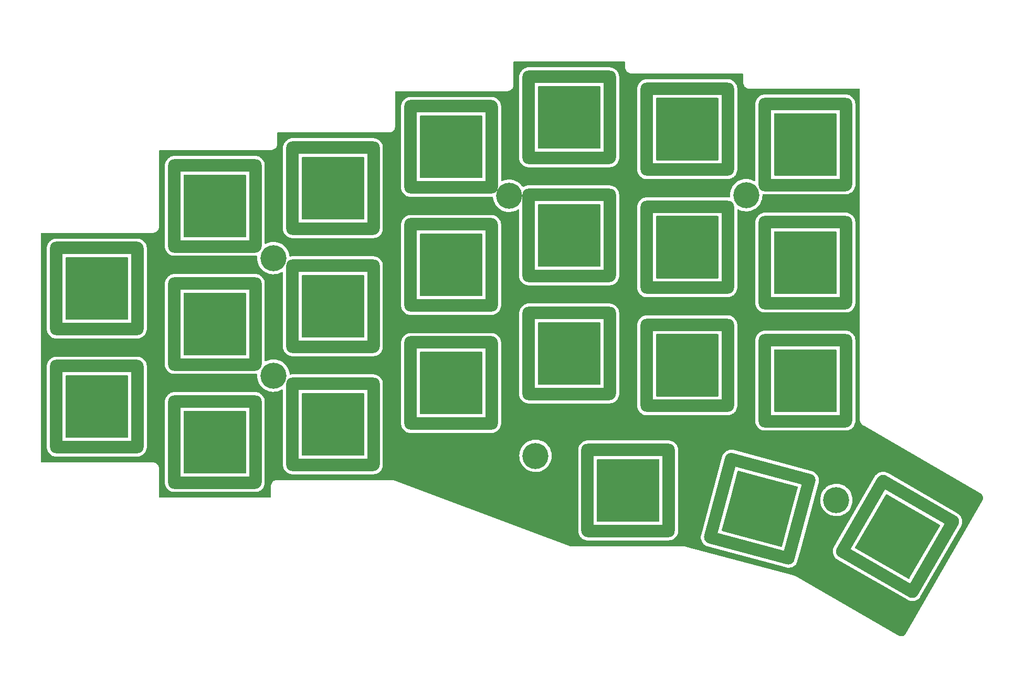
<source format=gbr>
%TF.GenerationSoftware,KiCad,Pcbnew,(6.0.0)*%
%TF.CreationDate,2022-01-01T14:14:11+04:00*%
%TF.ProjectId,top plate,746f7020-706c-4617-9465-2e6b69636164,rev?*%
%TF.SameCoordinates,Original*%
%TF.FileFunction,Copper,L2,Bot*%
%TF.FilePolarity,Positive*%
%FSLAX46Y46*%
G04 Gerber Fmt 4.6, Leading zero omitted, Abs format (unit mm)*
G04 Created by KiCad (PCBNEW (6.0.0)) date 2022-01-01 14:14:11*
%MOMM*%
%LPD*%
G01*
G04 APERTURE LIST*
G04 Aperture macros list*
%AMHorizOval*
0 Thick line with rounded ends*
0 $1 width*
0 $2 $3 position (X,Y) of the first rounded end (center of the circle)*
0 $4 $5 position (X,Y) of the second rounded end (center of the circle)*
0 Add line between two ends*
20,1,$1,$2,$3,$4,$5,0*
0 Add two circle primitives to create the rounded ends*
1,1,$1,$2,$3*
1,1,$1,$4,$5*%
G04 Aperture macros list end*
%TA.AperFunction,ComponentPad*%
%ADD10O,15.000000X2.000000*%
%TD*%
%TA.AperFunction,ComponentPad*%
%ADD11O,2.000000X15.000000*%
%TD*%
%TA.AperFunction,ComponentPad*%
%ADD12C,4.200000*%
%TD*%
%TA.AperFunction,ComponentPad*%
%ADD13HorizOval,2.000000X-5.629165X3.250000X5.629165X-3.250000X0*%
%TD*%
%TA.AperFunction,ComponentPad*%
%ADD14HorizOval,2.000000X3.250000X5.629165X-3.250000X-5.629165X0*%
%TD*%
%TA.AperFunction,ComponentPad*%
%ADD15HorizOval,2.000000X6.278518X-1.682324X-6.278518X1.682324X0*%
%TD*%
%TA.AperFunction,ComponentPad*%
%ADD16HorizOval,2.000000X-1.682324X-6.278518X1.682324X6.278518X0*%
%TD*%
G04 APERTURE END LIST*
D10*
%TO.P,REF\u002A\u002A,1*%
%TO.N,N/C*%
X122859998Y-82620000D03*
D11*
X129409998Y-89170000D03*
X116309998Y-89170000D03*
D10*
X122859998Y-95720000D03*
%TD*%
D12*
%TO.P,,*%
%TO.N,*%
X189530337Y-71255502D03*
%TD*%
D13*
%TO.P,REF\u002A\u002A,1*%
%TO.N,N/C*%
X217215000Y-120647534D03*
X210665000Y-131992466D03*
D14*
X219612466Y-129595000D03*
X208267534Y-123045000D03*
%TD*%
D11*
%TO.P,REF\u002A\u002A,1*%
%TO.N,N/C*%
X148470000Y-101560000D03*
D10*
X141920000Y-95010000D03*
D11*
X135370000Y-101560000D03*
D10*
X141920000Y-108110000D03*
%TD*%
D12*
%TO.P,,*%
%TO.N,*%
X204070337Y-120425503D03*
%TD*%
%TO.P,,*%
%TO.N,*%
X113260337Y-81405502D03*
%TD*%
D11*
%TO.P,REF\u002A\u002A,1*%
%TO.N,N/C*%
X129409998Y-108220003D03*
X116309998Y-108220003D03*
D10*
X122859998Y-114770003D03*
X122859998Y-101670003D03*
%TD*%
D12*
%TO.P,,*%
%TO.N,*%
X155540339Y-113305501D03*
%TD*%
D11*
%TO.P,REF\u002A\u002A,1*%
%TO.N,N/C*%
X154420000Y-77740000D03*
D10*
X160970000Y-71190000D03*
D11*
X167520000Y-77740000D03*
D10*
X160970000Y-84290000D03*
%TD*%
D11*
%TO.P,REF\u002A\u002A,1*%
%TO.N,N/C*%
X91319996Y-105369998D03*
D10*
X84769996Y-98819998D03*
X84769996Y-111919998D03*
D11*
X78219996Y-105369998D03*
%TD*%
D12*
%TO.P,,*%
%TO.N,*%
X151290000Y-71350000D03*
%TD*%
D11*
%TO.P,REF\u002A\u002A,1*%
%TO.N,N/C*%
X205620000Y-82130000D03*
X192520000Y-82130000D03*
D10*
X199070000Y-88680000D03*
X199070000Y-75580000D03*
%TD*%
%TO.P,REF\u002A\u002A,1*%
%TO.N,N/C*%
X199070000Y-56520000D03*
D11*
X192520000Y-63070000D03*
D10*
X199070000Y-69620000D03*
D11*
X205620000Y-63070000D03*
%TD*%
D12*
%TO.P,,*%
%TO.N,*%
X113260338Y-100365503D03*
%TD*%
D11*
%TO.P,REF\u002A\u002A,1*%
%TO.N,N/C*%
X116310000Y-70120000D03*
D10*
X122860000Y-63570000D03*
D11*
X129410000Y-70120000D03*
D10*
X122860000Y-76670000D03*
%TD*%
%TO.P,REF\u002A\u002A,1*%
%TO.N,N/C*%
X180020000Y-105250003D03*
X180020000Y-92150003D03*
D11*
X173470000Y-98700003D03*
X186570000Y-98700003D03*
%TD*%
D10*
%TO.P,REF\u002A\u002A,1*%
%TO.N,N/C*%
X160970002Y-65240000D03*
D11*
X167520002Y-58690000D03*
X154420002Y-58690000D03*
D10*
X160970002Y-52140000D03*
%TD*%
%TO.P,REF\u002A\u002A,1*%
%TO.N,N/C*%
X170490000Y-112340000D03*
D11*
X163940000Y-118890000D03*
X177040000Y-118890000D03*
D10*
X170490000Y-125440000D03*
%TD*%
%TO.P,REF\u002A\u002A,1*%
%TO.N,N/C*%
X103809996Y-104529997D03*
D11*
X110359996Y-111079997D03*
D10*
X103809996Y-117629997D03*
D11*
X97259996Y-111079997D03*
%TD*%
%TO.P,REF\u002A\u002A,1*%
%TO.N,N/C*%
X148470002Y-63459997D03*
D10*
X141920002Y-70009997D03*
X141920002Y-56909997D03*
D11*
X135370002Y-63459997D03*
%TD*%
%TO.P,REF\u002A\u002A,1*%
%TO.N,N/C*%
X97259998Y-72979994D03*
X110359998Y-72979994D03*
D10*
X103809998Y-66429994D03*
X103809998Y-79529994D03*
%TD*%
%TO.P,REF\u002A\u002A,1*%
%TO.N,N/C*%
X141920000Y-89059997D03*
D11*
X148470000Y-82509997D03*
D10*
X141920000Y-75959997D03*
D11*
X135370000Y-82509997D03*
%TD*%
D10*
%TO.P,REF\u002A\u002A,1*%
%TO.N,N/C*%
X103809996Y-98579994D03*
D11*
X110359996Y-92029994D03*
D10*
X103809996Y-85479994D03*
D11*
X97259996Y-92029994D03*
%TD*%
%TO.P,REF\u002A\u002A,1*%
%TO.N,N/C*%
X91319995Y-86320000D03*
D10*
X84769995Y-92870000D03*
D11*
X78219995Y-86320000D03*
D10*
X84769995Y-79770000D03*
%TD*%
D11*
%TO.P,REF\u002A\u002A,1*%
%TO.N,N/C*%
X173470000Y-79650000D03*
X186570000Y-79650000D03*
D10*
X180020000Y-86200000D03*
X180020000Y-73100000D03*
%TD*%
D11*
%TO.P,REF\u002A\u002A,1*%
%TO.N,N/C*%
X154420000Y-96790003D03*
D10*
X160970000Y-90240003D03*
X160970000Y-103340003D03*
D11*
X167520000Y-96790003D03*
%TD*%
D10*
%TO.P,REF\u002A\u002A,1*%
%TO.N,N/C*%
X180020002Y-67150000D03*
D11*
X173470002Y-60600000D03*
D10*
X180020002Y-54050000D03*
D11*
X186570002Y-60600000D03*
%TD*%
%TO.P,REF\u002A\u002A,1*%
%TO.N,N/C*%
X205620000Y-101170000D03*
D10*
X199070000Y-94620000D03*
X199070000Y-107720000D03*
D11*
X192520000Y-101170000D03*
%TD*%
D15*
%TO.P,REF\u002A\u002A,1*%
%TO.N,N/C*%
X193425265Y-115523186D03*
X190034735Y-128176814D03*
D16*
X185403186Y-120154735D03*
X198056814Y-123545265D03*
%TD*%
%TA.AperFunction,NonConductor*%
G36*
X165953623Y-53668502D02*
G01*
X166000116Y-53722158D01*
X166011502Y-53774500D01*
X166011502Y-63605500D01*
X165991500Y-63673621D01*
X165937844Y-63720114D01*
X165885502Y-63731500D01*
X156054502Y-63731500D01*
X155986381Y-63711498D01*
X155939888Y-63657842D01*
X155928502Y-63605500D01*
X155928502Y-53774500D01*
X155948504Y-53706379D01*
X156002160Y-53659886D01*
X156054502Y-53648500D01*
X165885502Y-53648500D01*
X165953623Y-53668502D01*
G37*
%TD.AperFunction*%
%TA.AperFunction,NonConductor*%
G36*
X185003623Y-55578502D02*
G01*
X185050116Y-55632158D01*
X185061502Y-55684500D01*
X185061502Y-65515500D01*
X185041500Y-65583621D01*
X184987844Y-65630114D01*
X184935502Y-65641500D01*
X175104502Y-65641500D01*
X175036381Y-65621498D01*
X174989888Y-65567842D01*
X174978502Y-65515500D01*
X174978502Y-55684500D01*
X174998504Y-55616379D01*
X175052160Y-55569886D01*
X175104502Y-55558500D01*
X184935502Y-55558500D01*
X185003623Y-55578502D01*
G37*
%TD.AperFunction*%
%TA.AperFunction,NonConductor*%
G36*
X127843621Y-65098502D02*
G01*
X127890114Y-65152158D01*
X127901500Y-65204500D01*
X127901500Y-75035500D01*
X127881498Y-75103621D01*
X127827842Y-75150114D01*
X127775500Y-75161500D01*
X117944500Y-75161500D01*
X117876379Y-75141498D01*
X117829886Y-75087842D01*
X117818500Y-75035500D01*
X117818500Y-65204500D01*
X117838502Y-65136379D01*
X117892158Y-65089886D01*
X117944500Y-65078500D01*
X127775500Y-65078500D01*
X127843621Y-65098502D01*
G37*
%TD.AperFunction*%
%TA.AperFunction,NonConductor*%
G36*
X146903623Y-58438499D02*
G01*
X146950116Y-58492155D01*
X146961502Y-58544497D01*
X146961502Y-68375497D01*
X146941500Y-68443618D01*
X146887844Y-68490111D01*
X146835502Y-68501497D01*
X137004502Y-68501497D01*
X136936381Y-68481495D01*
X136889888Y-68427839D01*
X136878502Y-68375497D01*
X136878502Y-58544497D01*
X136898504Y-58476376D01*
X136952160Y-58429883D01*
X137004502Y-58418497D01*
X146835502Y-58418497D01*
X146903623Y-58438499D01*
G37*
%TD.AperFunction*%
%TA.AperFunction,NonConductor*%
G36*
X165953621Y-72718502D02*
G01*
X166000114Y-72772158D01*
X166011500Y-72824500D01*
X166011500Y-82655500D01*
X165991498Y-82723621D01*
X165937842Y-82770114D01*
X165885500Y-82781500D01*
X156054500Y-82781500D01*
X155986379Y-82761498D01*
X155939886Y-82707842D01*
X155928500Y-82655500D01*
X155928500Y-72824500D01*
X155948502Y-72756379D01*
X156002158Y-72709886D01*
X156054500Y-72698500D01*
X165885500Y-72698500D01*
X165953621Y-72718502D01*
G37*
%TD.AperFunction*%
%TA.AperFunction,NonConductor*%
G36*
X204053621Y-58048502D02*
G01*
X204100114Y-58102158D01*
X204111500Y-58154500D01*
X204111500Y-67985500D01*
X204091498Y-68053621D01*
X204037842Y-68100114D01*
X203985500Y-68111500D01*
X194154500Y-68111500D01*
X194086379Y-68091498D01*
X194039886Y-68037842D01*
X194028500Y-67985500D01*
X194028500Y-58154500D01*
X194048502Y-58086379D01*
X194102158Y-58039886D01*
X194154500Y-58028500D01*
X203985500Y-58028500D01*
X204053621Y-58048502D01*
G37*
%TD.AperFunction*%
%TA.AperFunction,NonConductor*%
G36*
X185003621Y-74628502D02*
G01*
X185050114Y-74682158D01*
X185061500Y-74734500D01*
X185061500Y-84565500D01*
X185041498Y-84633621D01*
X184987842Y-84680114D01*
X184935500Y-84691500D01*
X175104500Y-84691500D01*
X175036379Y-84671498D01*
X174989886Y-84617842D01*
X174978500Y-84565500D01*
X174978500Y-74734500D01*
X174998502Y-74666379D01*
X175052158Y-74619886D01*
X175104500Y-74608500D01*
X184935500Y-74608500D01*
X185003621Y-74628502D01*
G37*
%TD.AperFunction*%
%TA.AperFunction,NonConductor*%
G36*
X204053621Y-77108502D02*
G01*
X204100114Y-77162158D01*
X204111500Y-77214500D01*
X204111500Y-87045500D01*
X204091498Y-87113621D01*
X204037842Y-87160114D01*
X203985500Y-87171500D01*
X194154500Y-87171500D01*
X194086379Y-87151498D01*
X194039886Y-87097842D01*
X194028500Y-87045500D01*
X194028500Y-77214500D01*
X194048502Y-77146379D01*
X194102158Y-77099886D01*
X194154500Y-77088500D01*
X203985500Y-77088500D01*
X204053621Y-77108502D01*
G37*
%TD.AperFunction*%
%TA.AperFunction,NonConductor*%
G36*
X146903621Y-77488499D02*
G01*
X146950114Y-77542155D01*
X146961500Y-77594497D01*
X146961500Y-87425497D01*
X146941498Y-87493618D01*
X146887842Y-87540111D01*
X146835500Y-87551497D01*
X137004500Y-87551497D01*
X136936379Y-87531495D01*
X136889886Y-87477839D01*
X136878500Y-87425497D01*
X136878500Y-77594497D01*
X136898502Y-77526376D01*
X136952158Y-77479883D01*
X137004500Y-77468497D01*
X146835500Y-77468497D01*
X146903621Y-77488499D01*
G37*
%TD.AperFunction*%
%TA.AperFunction,NonConductor*%
G36*
X89753616Y-81298502D02*
G01*
X89800109Y-81352158D01*
X89811495Y-81404500D01*
X89811495Y-91235500D01*
X89791493Y-91303621D01*
X89737837Y-91350114D01*
X89685495Y-91361500D01*
X79854495Y-91361500D01*
X79786374Y-91341498D01*
X79739881Y-91287842D01*
X79728495Y-91235500D01*
X79728495Y-81404500D01*
X79748497Y-81336379D01*
X79802153Y-81289886D01*
X79854495Y-81278500D01*
X89685495Y-81278500D01*
X89753616Y-81298502D01*
G37*
%TD.AperFunction*%
%TA.AperFunction,NonConductor*%
G36*
X108793619Y-67958496D02*
G01*
X108840112Y-68012152D01*
X108851498Y-68064494D01*
X108851498Y-77895494D01*
X108831496Y-77963615D01*
X108777840Y-78010108D01*
X108725498Y-78021494D01*
X98894498Y-78021494D01*
X98826377Y-78001492D01*
X98779884Y-77947836D01*
X98768498Y-77895494D01*
X98768498Y-68064494D01*
X98788500Y-67996373D01*
X98842156Y-67949880D01*
X98894498Y-67938494D01*
X108725498Y-67938494D01*
X108793619Y-67958496D01*
G37*
%TD.AperFunction*%
%TA.AperFunction,NonConductor*%
G36*
X127843619Y-84148502D02*
G01*
X127890112Y-84202158D01*
X127901498Y-84254500D01*
X127901498Y-94085500D01*
X127881496Y-94153621D01*
X127827840Y-94200114D01*
X127775498Y-94211500D01*
X117944498Y-94211500D01*
X117876377Y-94191498D01*
X117829884Y-94137842D01*
X117818498Y-94085500D01*
X117818498Y-84254500D01*
X117838500Y-84186379D01*
X117892156Y-84139886D01*
X117944498Y-84128500D01*
X127775498Y-84128500D01*
X127843619Y-84148502D01*
G37*
%TD.AperFunction*%
%TA.AperFunction,NonConductor*%
G36*
X165953621Y-91768505D02*
G01*
X166000114Y-91822161D01*
X166011500Y-91874503D01*
X166011500Y-101705503D01*
X165991498Y-101773624D01*
X165937842Y-101820117D01*
X165885500Y-101831503D01*
X156054500Y-101831503D01*
X155986379Y-101811501D01*
X155939886Y-101757845D01*
X155928500Y-101705503D01*
X155928500Y-91874503D01*
X155948502Y-91806382D01*
X156002158Y-91759889D01*
X156054500Y-91748503D01*
X165885500Y-91748503D01*
X165953621Y-91768505D01*
G37*
%TD.AperFunction*%
%TA.AperFunction,NonConductor*%
G36*
X185003621Y-93678505D02*
G01*
X185050114Y-93732161D01*
X185061500Y-93784503D01*
X185061500Y-103615503D01*
X185041498Y-103683624D01*
X184987842Y-103730117D01*
X184935500Y-103741503D01*
X175104500Y-103741503D01*
X175036379Y-103721501D01*
X174989886Y-103667845D01*
X174978500Y-103615503D01*
X174978500Y-93784503D01*
X174998502Y-93716382D01*
X175052158Y-93669889D01*
X175104500Y-93658503D01*
X184935500Y-93658503D01*
X185003621Y-93678505D01*
G37*
%TD.AperFunction*%
%TA.AperFunction,NonConductor*%
G36*
X204053621Y-96148502D02*
G01*
X204100114Y-96202158D01*
X204111500Y-96254500D01*
X204111500Y-106085500D01*
X204091498Y-106153621D01*
X204037842Y-106200114D01*
X203985500Y-106211500D01*
X194154500Y-106211500D01*
X194086379Y-106191498D01*
X194039886Y-106137842D01*
X194028500Y-106085500D01*
X194028500Y-96254500D01*
X194048502Y-96186379D01*
X194102158Y-96139886D01*
X194154500Y-96128500D01*
X203985500Y-96128500D01*
X204053621Y-96148502D01*
G37*
%TD.AperFunction*%
%TA.AperFunction,NonConductor*%
G36*
X146903621Y-96538502D02*
G01*
X146950114Y-96592158D01*
X146961500Y-96644500D01*
X146961500Y-106475500D01*
X146941498Y-106543621D01*
X146887842Y-106590114D01*
X146835500Y-106601500D01*
X137004500Y-106601500D01*
X136936379Y-106581498D01*
X136889886Y-106527842D01*
X136878500Y-106475500D01*
X136878500Y-96644500D01*
X136898502Y-96576379D01*
X136952158Y-96529886D01*
X137004500Y-96518500D01*
X146835500Y-96518500D01*
X146903621Y-96538502D01*
G37*
%TD.AperFunction*%
%TA.AperFunction,NonConductor*%
G36*
X89753617Y-100348500D02*
G01*
X89800110Y-100402156D01*
X89811496Y-100454498D01*
X89811496Y-110285498D01*
X89791494Y-110353619D01*
X89737838Y-110400112D01*
X89685496Y-110411498D01*
X79854496Y-110411498D01*
X79786375Y-110391496D01*
X79739882Y-110337840D01*
X79728496Y-110285498D01*
X79728496Y-100454498D01*
X79748498Y-100386377D01*
X79802154Y-100339884D01*
X79854496Y-100328498D01*
X89685496Y-100328498D01*
X89753617Y-100348500D01*
G37*
%TD.AperFunction*%
%TA.AperFunction,NonConductor*%
G36*
X108793617Y-87008496D02*
G01*
X108840110Y-87062152D01*
X108851496Y-87114494D01*
X108851496Y-96945494D01*
X108831494Y-97013615D01*
X108777838Y-97060108D01*
X108725496Y-97071494D01*
X98894496Y-97071494D01*
X98826375Y-97051492D01*
X98779882Y-96997836D01*
X98768496Y-96945494D01*
X98768496Y-87114494D01*
X98788498Y-87046373D01*
X98842154Y-86999880D01*
X98894496Y-86988494D01*
X108725496Y-86988494D01*
X108793617Y-87008496D01*
G37*
%TD.AperFunction*%
%TA.AperFunction,NonConductor*%
G36*
X127843619Y-103198505D02*
G01*
X127890112Y-103252161D01*
X127901498Y-103304503D01*
X127901498Y-113135503D01*
X127881496Y-113203624D01*
X127827840Y-113250117D01*
X127775498Y-113261503D01*
X117944498Y-113261503D01*
X117876377Y-113241501D01*
X117829884Y-113187845D01*
X117818498Y-113135503D01*
X117818498Y-103304503D01*
X117838500Y-103236382D01*
X117892156Y-103189889D01*
X117944498Y-103178503D01*
X127775498Y-103178503D01*
X127843619Y-103198505D01*
G37*
%TD.AperFunction*%
%TA.AperFunction,NonConductor*%
G36*
X108793617Y-106058499D02*
G01*
X108840110Y-106112155D01*
X108851496Y-106164497D01*
X108851496Y-115995497D01*
X108831494Y-116063618D01*
X108777838Y-116110111D01*
X108725496Y-116121497D01*
X98894496Y-116121497D01*
X98826375Y-116101495D01*
X98779882Y-116047839D01*
X98768496Y-115995497D01*
X98768496Y-106164497D01*
X98788498Y-106096376D01*
X98842154Y-106049883D01*
X98894496Y-106038497D01*
X108725496Y-106038497D01*
X108793617Y-106058499D01*
G37*
%TD.AperFunction*%
%TA.AperFunction,NonConductor*%
G36*
X175473621Y-113868502D02*
G01*
X175520114Y-113922158D01*
X175531500Y-113974500D01*
X175531500Y-123805500D01*
X175511498Y-123873621D01*
X175457842Y-123920114D01*
X175405500Y-123931500D01*
X165574500Y-123931500D01*
X165506379Y-123911498D01*
X165459886Y-123857842D01*
X165448500Y-123805500D01*
X165448500Y-113974500D01*
X165468502Y-113906379D01*
X165522158Y-113859886D01*
X165574500Y-113848500D01*
X175405500Y-113848500D01*
X175473621Y-113868502D01*
G37*
%TD.AperFunction*%
%TA.AperFunction,NonConductor*%
G36*
X188286827Y-115708059D02*
G01*
X191989499Y-116700187D01*
X197782845Y-118252510D01*
X197843468Y-118289462D01*
X197874489Y-118353322D01*
X197871941Y-118406827D01*
X196873498Y-122133066D01*
X195327490Y-127902845D01*
X195290538Y-127963468D01*
X195226678Y-127994489D01*
X195173173Y-127991941D01*
X190385348Y-126709047D01*
X185677155Y-125447490D01*
X185616532Y-125410538D01*
X185585511Y-125346678D01*
X185588059Y-125293172D01*
X185755186Y-124669448D01*
X187067453Y-119772001D01*
X188132510Y-115797155D01*
X188169462Y-115736532D01*
X188233322Y-115705511D01*
X188286827Y-115708059D01*
G37*
%TD.AperFunction*%
%TA.AperFunction,NonConductor*%
G36*
X212203802Y-119496184D02*
G01*
X215874006Y-121615177D01*
X220480959Y-124275002D01*
X220717697Y-124411683D01*
X220766690Y-124463065D01*
X220780126Y-124532779D01*
X220763816Y-124583802D01*
X218835820Y-127923190D01*
X215993741Y-132845816D01*
X215848317Y-133097697D01*
X215796935Y-133146690D01*
X215727221Y-133160126D01*
X215676198Y-133143816D01*
X208342083Y-128909463D01*
X207162303Y-128228317D01*
X207113310Y-128176935D01*
X207099874Y-128107221D01*
X207116184Y-128056198D01*
X210194903Y-122723700D01*
X212031683Y-119542303D01*
X212083065Y-119493310D01*
X212152779Y-119479874D01*
X212203802Y-119496184D01*
G37*
%TD.AperFunction*%
%TA.AperFunction,NonConductor*%
G36*
X169949125Y-49722997D02*
G01*
X169995618Y-49776653D01*
X170007004Y-49828995D01*
X170007002Y-50541786D01*
X170005256Y-50562691D01*
X170001931Y-50582454D01*
X170001778Y-50594993D01*
X170002468Y-50599810D01*
X170004818Y-50616223D01*
X170005611Y-50623103D01*
X170018523Y-50770700D01*
X170064173Y-50941068D01*
X170066494Y-50946045D01*
X170066496Y-50946051D01*
X170128760Y-51079577D01*
X170138713Y-51100921D01*
X170239878Y-51245401D01*
X170364596Y-51370119D01*
X170509077Y-51471285D01*
X170514055Y-51473606D01*
X170514058Y-51473608D01*
X170663947Y-51543503D01*
X170668929Y-51545826D01*
X170674237Y-51547248D01*
X170674239Y-51547249D01*
X170760418Y-51570340D01*
X170839297Y-51591475D01*
X170844783Y-51591955D01*
X170844789Y-51591956D01*
X170968782Y-51602805D01*
X170978692Y-51604069D01*
X171002465Y-51608068D01*
X171008846Y-51608146D01*
X171010145Y-51608162D01*
X171010149Y-51608162D01*
X171015004Y-51608221D01*
X171042592Y-51604270D01*
X171060454Y-51602997D01*
X172611499Y-51602997D01*
X188930998Y-51602998D01*
X188999119Y-51623000D01*
X189045612Y-51676656D01*
X189056998Y-51728998D01*
X189057000Y-53021801D01*
X189055254Y-53042703D01*
X189051929Y-53062469D01*
X189051776Y-53075008D01*
X189054819Y-53096254D01*
X189055608Y-53103098D01*
X189068525Y-53250712D01*
X189114177Y-53421077D01*
X189116503Y-53426064D01*
X189116504Y-53426068D01*
X189186391Y-53575937D01*
X189186394Y-53575942D01*
X189188718Y-53580926D01*
X189191871Y-53585429D01*
X189191874Y-53585434D01*
X189221125Y-53627208D01*
X189289884Y-53725404D01*
X189414601Y-53850119D01*
X189559079Y-53951284D01*
X189564061Y-53953607D01*
X189564066Y-53953610D01*
X189713944Y-54023500D01*
X189713950Y-54023502D01*
X189718929Y-54025824D01*
X189768098Y-54038999D01*
X189883979Y-54070050D01*
X189883981Y-54070050D01*
X189889294Y-54071474D01*
X189918653Y-54074043D01*
X190018765Y-54082803D01*
X190028686Y-54084069D01*
X190052459Y-54088069D01*
X190058928Y-54088148D01*
X190060138Y-54088163D01*
X190060142Y-54088163D01*
X190064998Y-54088222D01*
X190092505Y-54084283D01*
X190110396Y-54083011D01*
X205526684Y-54087342D01*
X207733967Y-54087962D01*
X207802083Y-54107983D01*
X207848560Y-54161652D01*
X207859932Y-54213962D01*
X207859932Y-56775984D01*
X207857216Y-107294677D01*
X207856031Y-107311911D01*
X207853566Y-107329756D01*
X207851996Y-107341124D01*
X207852212Y-107353662D01*
X207853042Y-107358453D01*
X207853043Y-107358459D01*
X207854682Y-107367914D01*
X207855828Y-107376126D01*
X207875400Y-107560425D01*
X207876632Y-107565081D01*
X207876632Y-107565083D01*
X207920521Y-107731001D01*
X207928581Y-107761473D01*
X207930506Y-107765885D01*
X207930507Y-107765888D01*
X207950222Y-107811074D01*
X208011743Y-107952084D01*
X208122947Y-108127816D01*
X208126110Y-108131445D01*
X208126112Y-108131447D01*
X208255920Y-108280352D01*
X208259602Y-108284576D01*
X208387580Y-108392591D01*
X208395908Y-108400291D01*
X208407725Y-108412248D01*
X208411638Y-108415143D01*
X208411639Y-108415143D01*
X208413895Y-108416812D01*
X208413899Y-108416814D01*
X208417807Y-108419705D01*
X208422121Y-108421964D01*
X208422126Y-108421967D01*
X208471573Y-108447859D01*
X208476117Y-108450358D01*
X227323656Y-119330223D01*
X227333874Y-119337729D01*
X227334088Y-119337418D01*
X227341489Y-119342496D01*
X227348095Y-119348571D01*
X227356141Y-119352548D01*
X227356142Y-119352549D01*
X227358004Y-119353470D01*
X227382134Y-119369049D01*
X227480037Y-119449445D01*
X227497536Y-119466963D01*
X227591219Y-119581298D01*
X227604950Y-119601893D01*
X227674467Y-119732348D01*
X227683905Y-119755234D01*
X227726566Y-119896762D01*
X227731348Y-119921055D01*
X227745200Y-120065007D01*
X227745506Y-120068191D01*
X227745444Y-120092948D01*
X227734930Y-120196787D01*
X227730553Y-120240012D01*
X227725650Y-120264282D01*
X227682287Y-120405591D01*
X227672732Y-120428435D01*
X227615821Y-120533965D01*
X227606486Y-120547011D01*
X227607078Y-120547421D01*
X227601971Y-120554802D01*
X227595868Y-120561387D01*
X227591858Y-120569421D01*
X227591857Y-120569422D01*
X227571482Y-120610241D01*
X227567947Y-120616827D01*
X223320542Y-127994489D01*
X215260161Y-141995214D01*
X215252796Y-142005253D01*
X215253149Y-142005495D01*
X215248074Y-142012893D01*
X215241995Y-142019502D01*
X215238016Y-142027552D01*
X215238015Y-142027553D01*
X215237096Y-142029411D01*
X215221517Y-142053541D01*
X215141121Y-142151444D01*
X215123603Y-142168943D01*
X215009268Y-142262626D01*
X214988673Y-142276357D01*
X214858218Y-142345874D01*
X214835332Y-142355312D01*
X214693804Y-142397973D01*
X214669511Y-142402755D01*
X214522371Y-142416913D01*
X214497618Y-142416851D01*
X214393779Y-142406337D01*
X214350554Y-142401960D01*
X214326284Y-142397057D01*
X214184975Y-142353694D01*
X214162131Y-142344139D01*
X214056601Y-142287228D01*
X214043555Y-142277893D01*
X214043145Y-142278485D01*
X214035764Y-142273378D01*
X214029179Y-142267275D01*
X214021146Y-142263265D01*
X214021144Y-142263264D01*
X213980631Y-142243042D01*
X213973928Y-142239439D01*
X197718552Y-132857317D01*
X197701882Y-132845816D01*
X197701438Y-132845454D01*
X197697910Y-132842090D01*
X197687611Y-132834936D01*
X197682275Y-132832341D01*
X197670119Y-132826429D01*
X197661592Y-132821870D01*
X197513093Y-132734978D01*
X197513085Y-132734974D01*
X197509532Y-132732895D01*
X197320493Y-132653300D01*
X197164812Y-132610611D01*
X197152726Y-132606629D01*
X197139851Y-132601652D01*
X197139848Y-132601651D01*
X197135310Y-132599897D01*
X197128858Y-132598492D01*
X197127807Y-132598263D01*
X197127805Y-132598263D01*
X197123058Y-132597229D01*
X197114376Y-132596708D01*
X197089290Y-132592635D01*
X179840722Y-127967874D01*
X179822116Y-127960569D01*
X179821899Y-127961070D01*
X179817427Y-127959132D01*
X179813127Y-127956858D01*
X179808145Y-127955141D01*
X179805873Y-127954358D01*
X179805868Y-127954357D01*
X179801272Y-127952773D01*
X179771332Y-127947405D01*
X179759961Y-127944818D01*
X179757475Y-127944130D01*
X179656604Y-127916212D01*
X179653532Y-127915682D01*
X179653526Y-127915681D01*
X179574465Y-127902050D01*
X179509759Y-127890894D01*
X179480045Y-127888767D01*
X179413256Y-127883986D01*
X179398642Y-127882076D01*
X179378523Y-127878238D01*
X179378515Y-127878237D01*
X179373734Y-127877325D01*
X179368868Y-127877159D01*
X179368866Y-127877159D01*
X179368039Y-127877131D01*
X179361201Y-127876898D01*
X179326584Y-127881087D01*
X179311447Y-127882000D01*
X161209435Y-127882000D01*
X161190009Y-127880494D01*
X161189734Y-127880451D01*
X161188059Y-127880190D01*
X161175304Y-127878199D01*
X161175301Y-127878199D01*
X161166438Y-127876816D01*
X161157537Y-127877977D01*
X161157536Y-127877977D01*
X161151183Y-127878805D01*
X161125875Y-127879540D01*
X161099035Y-127877615D01*
X161081274Y-127875060D01*
X161030176Y-127863948D01*
X161012958Y-127858896D01*
X160994402Y-127851982D01*
X160978311Y-127843819D01*
X160970882Y-127840320D01*
X160963384Y-127835382D01*
X160954802Y-127832747D01*
X160954800Y-127832746D01*
X160911144Y-127819342D01*
X160904091Y-127816947D01*
X154564195Y-125451001D01*
X162431500Y-125451001D01*
X162431702Y-125453509D01*
X162431702Y-125453514D01*
X162437943Y-125531074D01*
X162446060Y-125631965D01*
X162503963Y-125867706D01*
X162598812Y-126091156D01*
X162728167Y-126296567D01*
X162731512Y-126300361D01*
X162885350Y-126474858D01*
X162885353Y-126474861D01*
X162888698Y-126478655D01*
X162892606Y-126481865D01*
X162892607Y-126481866D01*
X162915199Y-126500423D01*
X162926771Y-126511215D01*
X162977332Y-126564681D01*
X162981358Y-126567759D01*
X162981359Y-126567760D01*
X163166154Y-126709047D01*
X163166158Y-126709050D01*
X163170174Y-126712120D01*
X163384109Y-126826831D01*
X163613631Y-126905862D01*
X163712978Y-126923022D01*
X163848926Y-126946504D01*
X163848932Y-126946505D01*
X163852836Y-126947179D01*
X163856797Y-126947359D01*
X163856798Y-126947359D01*
X163880506Y-126948436D01*
X163880525Y-126948436D01*
X163881925Y-126948500D01*
X177051001Y-126948500D01*
X177053509Y-126948298D01*
X177053514Y-126948298D01*
X177226924Y-126934346D01*
X177226929Y-126934345D01*
X177231965Y-126933940D01*
X177236873Y-126932734D01*
X177236876Y-126932734D01*
X177462792Y-126877244D01*
X177467706Y-126876037D01*
X177472358Y-126874062D01*
X177472362Y-126874061D01*
X177686498Y-126783165D01*
X177691156Y-126781188D01*
X177797037Y-126714511D01*
X177892288Y-126654528D01*
X177892291Y-126654526D01*
X177896567Y-126651833D01*
X177995422Y-126564681D01*
X178042692Y-126523008D01*
X182210117Y-126523008D01*
X182210820Y-126528008D01*
X182210820Y-126528013D01*
X182227009Y-126643201D01*
X182243901Y-126763393D01*
X182315684Y-126995284D01*
X182423618Y-127212716D01*
X182443585Y-127240606D01*
X182451962Y-127254012D01*
X182486966Y-127318751D01*
X182635077Y-127511077D01*
X182812033Y-127677250D01*
X183013279Y-127812992D01*
X183017870Y-127815113D01*
X183017873Y-127815115D01*
X183162792Y-127882076D01*
X183233640Y-127914812D01*
X183261396Y-127923617D01*
X195981747Y-131332025D01*
X195984220Y-131332479D01*
X195984225Y-131332480D01*
X196155336Y-131363885D01*
X196155341Y-131363886D01*
X196160313Y-131364798D01*
X196403007Y-131369883D01*
X196408007Y-131369180D01*
X196408012Y-131369180D01*
X196638383Y-131336803D01*
X196643392Y-131336099D01*
X196648222Y-131334604D01*
X196648226Y-131334603D01*
X196870451Y-131265812D01*
X196870450Y-131265812D01*
X196875284Y-131264316D01*
X196879813Y-131262068D01*
X197088186Y-131158631D01*
X197088189Y-131158629D01*
X197092716Y-131156382D01*
X197120606Y-131136415D01*
X197134012Y-131128038D01*
X197198751Y-131093034D01*
X197391077Y-130944923D01*
X197557250Y-130767967D01*
X197692992Y-130566721D01*
X197794812Y-130346360D01*
X197803617Y-130318604D01*
X198261224Y-128610790D01*
X203505453Y-128610790D01*
X203514772Y-128853359D01*
X203515774Y-128858328D01*
X203515774Y-128858329D01*
X203531350Y-128935576D01*
X203562752Y-129091317D01*
X203564534Y-129096057D01*
X203564534Y-129096058D01*
X203574819Y-129123419D01*
X203579446Y-129138553D01*
X203596498Y-129210134D01*
X203689785Y-129434241D01*
X203817702Y-129640551D01*
X203976959Y-129823755D01*
X204072096Y-129903020D01*
X204160411Y-129976601D01*
X204160417Y-129976606D01*
X204163458Y-129979139D01*
X204187989Y-129994828D01*
X204189219Y-129995538D01*
X204189227Y-129995543D01*
X215590552Y-136578101D01*
X215590562Y-136578107D01*
X215592744Y-136579366D01*
X215756743Y-136657239D01*
X215761606Y-136658652D01*
X215761609Y-136658653D01*
X215984998Y-136723554D01*
X215985001Y-136723555D01*
X215989852Y-136724964D01*
X215994869Y-136725580D01*
X216225763Y-136753930D01*
X216225766Y-136753930D01*
X216230790Y-136754547D01*
X216361961Y-136749508D01*
X216468294Y-136745423D01*
X216468299Y-136745422D01*
X216473359Y-136745228D01*
X216478328Y-136744226D01*
X216478329Y-136744226D01*
X216706349Y-136698250D01*
X216706352Y-136698249D01*
X216711317Y-136697248D01*
X216743421Y-136685180D01*
X216758554Y-136680554D01*
X216825215Y-136664674D01*
X216825217Y-136664673D01*
X216830134Y-136663502D01*
X217029651Y-136580451D01*
X217049562Y-136572163D01*
X217049565Y-136572161D01*
X217054241Y-136570215D01*
X217260551Y-136442298D01*
X217443755Y-136283041D01*
X217523020Y-136187904D01*
X217596601Y-136099589D01*
X217596606Y-136099583D01*
X217599139Y-136096542D01*
X217614828Y-136072011D01*
X217615543Y-136070773D01*
X224198101Y-124669448D01*
X224198107Y-124669438D01*
X224199366Y-124667256D01*
X224277239Y-124503257D01*
X224344964Y-124270148D01*
X224374547Y-124029210D01*
X224368570Y-123873621D01*
X224365423Y-123791706D01*
X224365422Y-123791701D01*
X224365228Y-123786641D01*
X224317248Y-123548683D01*
X224305180Y-123516579D01*
X224300556Y-123501453D01*
X224284675Y-123434790D01*
X224283502Y-123429866D01*
X224190215Y-123205759D01*
X224062298Y-122999449D01*
X223903041Y-122816245D01*
X223791964Y-122723700D01*
X223719589Y-122663399D01*
X223719583Y-122663394D01*
X223716542Y-122660861D01*
X223692011Y-122645172D01*
X223620795Y-122604055D01*
X212640102Y-116264349D01*
X212287257Y-116060634D01*
X212284980Y-116059553D01*
X212284967Y-116059546D01*
X212127833Y-115984935D01*
X212123257Y-115982762D01*
X212118401Y-115981351D01*
X212118398Y-115981350D01*
X211895009Y-115916448D01*
X211895006Y-115916447D01*
X211890148Y-115915036D01*
X211812153Y-115905460D01*
X211654237Y-115886070D01*
X211654234Y-115886070D01*
X211649210Y-115885453D01*
X211518039Y-115890492D01*
X211411706Y-115894577D01*
X211411701Y-115894578D01*
X211406641Y-115894772D01*
X211401672Y-115895774D01*
X211401671Y-115895774D01*
X211358628Y-115904453D01*
X211168683Y-115942752D01*
X211136579Y-115954820D01*
X211121457Y-115959443D01*
X211049866Y-115976498D01*
X211045191Y-115978444D01*
X211045188Y-115978445D01*
X210830438Y-116067837D01*
X210830435Y-116067839D01*
X210825759Y-116069785D01*
X210619449Y-116197702D01*
X210436245Y-116356959D01*
X210412296Y-116385704D01*
X210283399Y-116540411D01*
X210283394Y-116540417D01*
X210280861Y-116543458D01*
X210265172Y-116567989D01*
X210264462Y-116569219D01*
X210264457Y-116569227D01*
X204769658Y-126086498D01*
X203680634Y-127972743D01*
X203679553Y-127975020D01*
X203679546Y-127975033D01*
X203641007Y-128056198D01*
X203602762Y-128136743D01*
X203601351Y-128141599D01*
X203601350Y-128141602D01*
X203536448Y-128364991D01*
X203535036Y-128369852D01*
X203505453Y-128610790D01*
X198261224Y-128610790D01*
X200461798Y-120398137D01*
X201457212Y-120398137D01*
X201460012Y-120454374D01*
X201467939Y-120613595D01*
X201472851Y-120712268D01*
X201473492Y-120715999D01*
X201473493Y-120716007D01*
X201525470Y-121018500D01*
X201525472Y-121018508D01*
X201526114Y-121022245D01*
X201527202Y-121025884D01*
X201527203Y-121025887D01*
X201546548Y-121090570D01*
X201616232Y-121323578D01*
X201741898Y-121611902D01*
X201901292Y-121883040D01*
X201903593Y-121886055D01*
X202089806Y-122130053D01*
X202089811Y-122130058D01*
X202092106Y-122133066D01*
X202311575Y-122358357D01*
X202378979Y-122412648D01*
X202553567Y-122553272D01*
X202553572Y-122553276D01*
X202556520Y-122555650D01*
X202559740Y-122557658D01*
X202820166Y-122720076D01*
X202820173Y-122720080D01*
X202823393Y-122722088D01*
X203108329Y-122855258D01*
X203111939Y-122856441D01*
X203111943Y-122856443D01*
X203200099Y-122885342D01*
X203407199Y-122953233D01*
X203715676Y-123014593D01*
X203719448Y-123014880D01*
X203719456Y-123014881D01*
X204025513Y-123038162D01*
X204025518Y-123038162D01*
X204029290Y-123038449D01*
X204343498Y-123024455D01*
X204347236Y-123023833D01*
X204347244Y-123023832D01*
X204516725Y-122995622D01*
X204653749Y-122972815D01*
X204955550Y-122884277D01*
X205244528Y-122760122D01*
X205247805Y-122758218D01*
X205247812Y-122758215D01*
X205443659Y-122644457D01*
X205516497Y-122602149D01*
X205605436Y-122535007D01*
X205764493Y-122414933D01*
X205764499Y-122414928D01*
X205767519Y-122412648D01*
X205993956Y-122194361D01*
X206192529Y-121950453D01*
X206360361Y-121684454D01*
X206495022Y-121400220D01*
X206594560Y-121101867D01*
X206657534Y-120793716D01*
X206683032Y-120480231D01*
X206683393Y-120445781D01*
X206683582Y-120427724D01*
X206683582Y-120427717D01*
X206683605Y-120425503D01*
X206673218Y-120253201D01*
X206664906Y-120115331D01*
X206664906Y-120115327D01*
X206664678Y-120111553D01*
X206663998Y-120107829D01*
X206608851Y-119805873D01*
X206608850Y-119805869D01*
X206608171Y-119802151D01*
X206514903Y-119501779D01*
X206386224Y-119214786D01*
X206224000Y-118945332D01*
X206221673Y-118942348D01*
X206221668Y-118942341D01*
X206032909Y-118700306D01*
X206032903Y-118700299D01*
X206030578Y-118697318D01*
X205808762Y-118474337D01*
X205561765Y-118279620D01*
X205293163Y-118115987D01*
X205175215Y-118062359D01*
X205010300Y-117987376D01*
X205010292Y-117987373D01*
X205006848Y-117985807D01*
X204706968Y-117890967D01*
X204569700Y-117865154D01*
X204401590Y-117833541D01*
X204401585Y-117833540D01*
X204397866Y-117832841D01*
X204084020Y-117812271D01*
X204080240Y-117812479D01*
X204080239Y-117812479D01*
X203999526Y-117816921D01*
X203769975Y-117829554D01*
X203766248Y-117830215D01*
X203766244Y-117830215D01*
X203656585Y-117849650D01*
X203460282Y-117884440D01*
X203456666Y-117885542D01*
X203456658Y-117885544D01*
X203163049Y-117975029D01*
X203163042Y-117975032D01*
X203159425Y-117976134D01*
X202871763Y-118103308D01*
X202868509Y-118105244D01*
X202868503Y-118105247D01*
X202604721Y-118262181D01*
X202601462Y-118264120D01*
X202598461Y-118266435D01*
X202598457Y-118266438D01*
X202573831Y-118285437D01*
X202352439Y-118456240D01*
X202331329Y-118477021D01*
X202133402Y-118671863D01*
X202128300Y-118676885D01*
X202113505Y-118695452D01*
X201934658Y-118919891D01*
X201934652Y-118919900D01*
X201932293Y-118922860D01*
X201767255Y-119190601D01*
X201635578Y-119476230D01*
X201598645Y-119590920D01*
X201545732Y-119755234D01*
X201539170Y-119775610D01*
X201538451Y-119779326D01*
X201538449Y-119779334D01*
X201480145Y-120080684D01*
X201480144Y-120080693D01*
X201479426Y-120084403D01*
X201479159Y-120088179D01*
X201479158Y-120088184D01*
X201457480Y-120394348D01*
X201457212Y-120398137D01*
X200461798Y-120398137D01*
X201212025Y-117598253D01*
X201216623Y-117573200D01*
X201243885Y-117424664D01*
X201243886Y-117424659D01*
X201244798Y-117419687D01*
X201249883Y-117176993D01*
X201216099Y-116936608D01*
X201144316Y-116704716D01*
X201077059Y-116569227D01*
X201038631Y-116491814D01*
X201038629Y-116491811D01*
X201036382Y-116487284D01*
X201016415Y-116459394D01*
X201008036Y-116445985D01*
X200975443Y-116385704D01*
X200975442Y-116385702D01*
X200973034Y-116381249D01*
X200824923Y-116188923D01*
X200647967Y-116022750D01*
X200591305Y-115984531D01*
X200450916Y-115889837D01*
X200450914Y-115889836D01*
X200446720Y-115887007D01*
X200442129Y-115884886D01*
X200442126Y-115884884D01*
X200229953Y-115786847D01*
X200229950Y-115786846D01*
X200226360Y-115785187D01*
X200222596Y-115783993D01*
X200222588Y-115783990D01*
X200199963Y-115776814D01*
X200199960Y-115776813D01*
X200198604Y-115776383D01*
X187478253Y-112367975D01*
X187475780Y-112367521D01*
X187475775Y-112367520D01*
X187304664Y-112336115D01*
X187304659Y-112336114D01*
X187299687Y-112335202D01*
X187056992Y-112330117D01*
X187051992Y-112330820D01*
X187051987Y-112330820D01*
X186936799Y-112347009D01*
X186816607Y-112363901D01*
X186584716Y-112435684D01*
X186494737Y-112480350D01*
X186371814Y-112541369D01*
X186371811Y-112541371D01*
X186367284Y-112543618D01*
X186339394Y-112563585D01*
X186325988Y-112571962D01*
X186261249Y-112606966D01*
X186068923Y-112755077D01*
X185902750Y-112932033D01*
X185899917Y-112936233D01*
X185770241Y-113128486D01*
X185767007Y-113133280D01*
X185764886Y-113137871D01*
X185764884Y-113137874D01*
X185666847Y-113350047D01*
X185665187Y-113353640D01*
X185663993Y-113357404D01*
X185663990Y-113357412D01*
X185663097Y-113360229D01*
X185656383Y-113381396D01*
X182247975Y-126101747D01*
X182247521Y-126104220D01*
X182247520Y-126104225D01*
X182228139Y-126209826D01*
X182215202Y-126280313D01*
X182210117Y-126523008D01*
X178042692Y-126523008D01*
X178074858Y-126494650D01*
X178074861Y-126494647D01*
X178078655Y-126491302D01*
X178100424Y-126464800D01*
X178111215Y-126453228D01*
X178161001Y-126406148D01*
X178164681Y-126402668D01*
X178242901Y-126300361D01*
X178309047Y-126213846D01*
X178309050Y-126213842D01*
X178312120Y-126209826D01*
X178370072Y-126101747D01*
X178424439Y-126000352D01*
X178426831Y-125995891D01*
X178505862Y-125766369D01*
X178547179Y-125527164D01*
X178548500Y-125498075D01*
X178548500Y-112328999D01*
X178548298Y-112326486D01*
X178534346Y-112153076D01*
X178534345Y-112153071D01*
X178533940Y-112148035D01*
X178521713Y-112098253D01*
X178477244Y-111917208D01*
X178476037Y-111912294D01*
X178381188Y-111688844D01*
X178251833Y-111483433D01*
X178211633Y-111437834D01*
X178094650Y-111305142D01*
X178094647Y-111305139D01*
X178091302Y-111301345D01*
X178064800Y-111279576D01*
X178053228Y-111268785D01*
X178006148Y-111218999D01*
X178002668Y-111215319D01*
X177932888Y-111161968D01*
X177813846Y-111070953D01*
X177813842Y-111070950D01*
X177809826Y-111067880D01*
X177595891Y-110953169D01*
X177366369Y-110874138D01*
X177255726Y-110855027D01*
X177131074Y-110833496D01*
X177131068Y-110833495D01*
X177127164Y-110832821D01*
X177123203Y-110832641D01*
X177123202Y-110832641D01*
X177099494Y-110831564D01*
X177099475Y-110831564D01*
X177098075Y-110831500D01*
X163928999Y-110831500D01*
X163926491Y-110831702D01*
X163926486Y-110831702D01*
X163753076Y-110845654D01*
X163753071Y-110845655D01*
X163748035Y-110846060D01*
X163743127Y-110847266D01*
X163743124Y-110847266D01*
X163627007Y-110875787D01*
X163512294Y-110903963D01*
X163507642Y-110905938D01*
X163507638Y-110905939D01*
X163400252Y-110951522D01*
X163288844Y-110998812D01*
X163284560Y-111001510D01*
X163087712Y-111125472D01*
X163087709Y-111125474D01*
X163083433Y-111128167D01*
X163065340Y-111144118D01*
X162905142Y-111285350D01*
X162905139Y-111285353D01*
X162901345Y-111288698D01*
X162898135Y-111292606D01*
X162898134Y-111292607D01*
X162879577Y-111315199D01*
X162868785Y-111326771D01*
X162815319Y-111377332D01*
X162812241Y-111381358D01*
X162812240Y-111381359D01*
X162670953Y-111566154D01*
X162670950Y-111566158D01*
X162667880Y-111570174D01*
X162553169Y-111784109D01*
X162474138Y-112013631D01*
X162460121Y-112094784D01*
X162434801Y-112241375D01*
X162432821Y-112252836D01*
X162431500Y-112281925D01*
X162431500Y-125451001D01*
X154564195Y-125451001D01*
X132617363Y-117260800D01*
X132607897Y-117256819D01*
X132565052Y-117236703D01*
X132537691Y-117232443D01*
X132512097Y-117228458D01*
X132504630Y-117227064D01*
X132452273Y-117215633D01*
X132443316Y-117216257D01*
X132401115Y-117219197D01*
X132392358Y-117219502D01*
X126965800Y-117219501D01*
X113918217Y-117219499D01*
X113897311Y-117217753D01*
X113882340Y-117215234D01*
X113882339Y-117215234D01*
X113877549Y-117214428D01*
X113871447Y-117214354D01*
X113869874Y-117214334D01*
X113869869Y-117214334D01*
X113865010Y-117214275D01*
X113860192Y-117214965D01*
X113860191Y-117214965D01*
X113843778Y-117217315D01*
X113836898Y-117218108D01*
X113789525Y-117222252D01*
X113689302Y-117231019D01*
X113683990Y-117232442D01*
X113683986Y-117232443D01*
X113524246Y-117275243D01*
X113524241Y-117275245D01*
X113518933Y-117276667D01*
X113513950Y-117278991D01*
X113513946Y-117278992D01*
X113439006Y-117313936D01*
X113359079Y-117351206D01*
X113354577Y-117354358D01*
X113354574Y-117354360D01*
X113219101Y-117449218D01*
X113214597Y-117452372D01*
X113089878Y-117577090D01*
X113075059Y-117598253D01*
X112991867Y-117717062D01*
X112991864Y-117717067D01*
X112988711Y-117721570D01*
X112914169Y-117881423D01*
X112868519Y-118051792D01*
X112856479Y-118189406D01*
X112855463Y-118197765D01*
X112851810Y-118221229D01*
X112852974Y-118230131D01*
X112852974Y-118230134D01*
X112855932Y-118252751D01*
X112856996Y-118269088D01*
X112857000Y-119805873D01*
X112857000Y-119943499D01*
X112836998Y-120011619D01*
X112783343Y-120058113D01*
X112731000Y-120069499D01*
X103557906Y-120069498D01*
X94949002Y-120069498D01*
X94880881Y-120049496D01*
X94834388Y-119995840D01*
X94823002Y-119943498D01*
X94823003Y-117726559D01*
X94823003Y-117640998D01*
X95751496Y-117640998D01*
X95751698Y-117643506D01*
X95751698Y-117643511D01*
X95757979Y-117721570D01*
X95766056Y-117821962D01*
X95767262Y-117826870D01*
X95767262Y-117826873D01*
X95803924Y-117976134D01*
X95823959Y-118057703D01*
X95918808Y-118281153D01*
X95964256Y-118353322D01*
X96027608Y-118453923D01*
X96048163Y-118486564D01*
X96065078Y-118505750D01*
X96205346Y-118664855D01*
X96205349Y-118664858D01*
X96208694Y-118668652D01*
X96212602Y-118671862D01*
X96212603Y-118671863D01*
X96235195Y-118690420D01*
X96246767Y-118701212D01*
X96297328Y-118754678D01*
X96301354Y-118757756D01*
X96301355Y-118757757D01*
X96486150Y-118899044D01*
X96486154Y-118899047D01*
X96490170Y-118902117D01*
X96494628Y-118904507D01*
X96494629Y-118904508D01*
X96576832Y-118948585D01*
X96704105Y-119016828D01*
X96933627Y-119095859D01*
X97032974Y-119113019D01*
X97168922Y-119136501D01*
X97168928Y-119136502D01*
X97172832Y-119137176D01*
X97176793Y-119137356D01*
X97176794Y-119137356D01*
X97200502Y-119138433D01*
X97200521Y-119138433D01*
X97201921Y-119138497D01*
X110370997Y-119138497D01*
X110373505Y-119138295D01*
X110373510Y-119138295D01*
X110546920Y-119124343D01*
X110546925Y-119124342D01*
X110551961Y-119123937D01*
X110556869Y-119122731D01*
X110556872Y-119122731D01*
X110782788Y-119067241D01*
X110787702Y-119066034D01*
X110792354Y-119064059D01*
X110792358Y-119064058D01*
X111006494Y-118973162D01*
X111011152Y-118971185D01*
X111117033Y-118904508D01*
X111212284Y-118844525D01*
X111212287Y-118844523D01*
X111216563Y-118841830D01*
X111315418Y-118754678D01*
X111394854Y-118684647D01*
X111394857Y-118684644D01*
X111398651Y-118681299D01*
X111420420Y-118654797D01*
X111431211Y-118643225D01*
X111480997Y-118596145D01*
X111484677Y-118592665D01*
X111551129Y-118505750D01*
X111629043Y-118403843D01*
X111629046Y-118403839D01*
X111632116Y-118399823D01*
X111746827Y-118185888D01*
X111825858Y-117956366D01*
X111865552Y-117726559D01*
X111866500Y-117721071D01*
X111866501Y-117721065D01*
X111867175Y-117717161D01*
X111868496Y-117688072D01*
X111868496Y-104518996D01*
X111868294Y-104516483D01*
X111854342Y-104343073D01*
X111854341Y-104343068D01*
X111853936Y-104338032D01*
X111846106Y-104306151D01*
X111797240Y-104107205D01*
X111796033Y-104102291D01*
X111701184Y-103878841D01*
X111629261Y-103764630D01*
X111574524Y-103677709D01*
X111574522Y-103677706D01*
X111571829Y-103673430D01*
X111520760Y-103615503D01*
X111414646Y-103495139D01*
X111414643Y-103495136D01*
X111411298Y-103491342D01*
X111384796Y-103469573D01*
X111373224Y-103458782D01*
X111326144Y-103408996D01*
X111322664Y-103405316D01*
X111251627Y-103351004D01*
X111133842Y-103260950D01*
X111133838Y-103260947D01*
X111129822Y-103257877D01*
X110915887Y-103143166D01*
X110686365Y-103064135D01*
X110587018Y-103046975D01*
X110451070Y-103023493D01*
X110451064Y-103023492D01*
X110447160Y-103022818D01*
X110443199Y-103022638D01*
X110443198Y-103022638D01*
X110419490Y-103021561D01*
X110419471Y-103021561D01*
X110418071Y-103021497D01*
X97248995Y-103021497D01*
X97246487Y-103021699D01*
X97246482Y-103021699D01*
X97073072Y-103035651D01*
X97073067Y-103035652D01*
X97068031Y-103036057D01*
X97063123Y-103037263D01*
X97063120Y-103037263D01*
X96947003Y-103065784D01*
X96832290Y-103093960D01*
X96827638Y-103095935D01*
X96827634Y-103095936D01*
X96720248Y-103141519D01*
X96608840Y-103188809D01*
X96604556Y-103191507D01*
X96407708Y-103315469D01*
X96407705Y-103315471D01*
X96403429Y-103318164D01*
X96399635Y-103321509D01*
X96225138Y-103475347D01*
X96225135Y-103475350D01*
X96221341Y-103478695D01*
X96218131Y-103482603D01*
X96218130Y-103482604D01*
X96199573Y-103505196D01*
X96188781Y-103516768D01*
X96135315Y-103567329D01*
X96132237Y-103571355D01*
X96132236Y-103571356D01*
X95990949Y-103756151D01*
X95990946Y-103756155D01*
X95987876Y-103760171D01*
X95873165Y-103974106D01*
X95794134Y-104203628D01*
X95793272Y-104208620D01*
X95758278Y-104411218D01*
X95752817Y-104442833D01*
X95752637Y-104446794D01*
X95752637Y-104446795D01*
X95751685Y-104467763D01*
X95751496Y-104471922D01*
X95751496Y-117640998D01*
X94823003Y-117640998D01*
X94823003Y-115420702D01*
X94824749Y-115399798D01*
X94827267Y-115384830D01*
X94828074Y-115380034D01*
X94828227Y-115367495D01*
X94827538Y-115362688D01*
X94827538Y-115362681D01*
X94825188Y-115346276D01*
X94824394Y-115339394D01*
X94812405Y-115202365D01*
X94811480Y-115191789D01*
X94787197Y-115101161D01*
X94767254Y-115026733D01*
X94767253Y-115026731D01*
X94765831Y-115021423D01*
X94760528Y-115010051D01*
X94693613Y-114866552D01*
X94693611Y-114866549D01*
X94691290Y-114861571D01*
X94590125Y-114717092D01*
X94465407Y-114592374D01*
X94320928Y-114491209D01*
X94315950Y-114488888D01*
X94315947Y-114488886D01*
X94166058Y-114418991D01*
X94166056Y-114418990D01*
X94161076Y-114416668D01*
X94155768Y-114415246D01*
X94155766Y-114415245D01*
X93996025Y-114372443D01*
X93996024Y-114372443D01*
X93990710Y-114371019D01*
X93985224Y-114370539D01*
X93985218Y-114370538D01*
X93861235Y-114359690D01*
X93851312Y-114358424D01*
X93832336Y-114355231D01*
X93832331Y-114355231D01*
X93827543Y-114354425D01*
X93821244Y-114354348D01*
X93819863Y-114354331D01*
X93819859Y-114354331D01*
X93815004Y-114354272D01*
X93787416Y-114358223D01*
X93769553Y-114359496D01*
X92218553Y-114359496D01*
X75899001Y-114359497D01*
X75830880Y-114339495D01*
X75784387Y-114285839D01*
X75773001Y-114233497D01*
X75773001Y-111930999D01*
X76711496Y-111930999D01*
X76711698Y-111933507D01*
X76711698Y-111933512D01*
X76724674Y-112094784D01*
X76726056Y-112111963D01*
X76727262Y-112116871D01*
X76727262Y-112116874D01*
X76767454Y-112280506D01*
X76783959Y-112347704D01*
X76785934Y-112352356D01*
X76785935Y-112352360D01*
X76820670Y-112434190D01*
X76878808Y-112571154D01*
X76881506Y-112575438D01*
X76996956Y-112758768D01*
X77008163Y-112776565D01*
X77011508Y-112780359D01*
X77165346Y-112954856D01*
X77165349Y-112954859D01*
X77168694Y-112958653D01*
X77172602Y-112961863D01*
X77172603Y-112961864D01*
X77195195Y-112980421D01*
X77206767Y-112991213D01*
X77257328Y-113044679D01*
X77261354Y-113047757D01*
X77261355Y-113047758D01*
X77446150Y-113189045D01*
X77446154Y-113189048D01*
X77450170Y-113192118D01*
X77454628Y-113194508D01*
X77454629Y-113194509D01*
X77542269Y-113241501D01*
X77664105Y-113306829D01*
X77893627Y-113385860D01*
X77992974Y-113403020D01*
X78128922Y-113426502D01*
X78128928Y-113426503D01*
X78132832Y-113427177D01*
X78136793Y-113427357D01*
X78136794Y-113427357D01*
X78160502Y-113428434D01*
X78160521Y-113428434D01*
X78161921Y-113428498D01*
X91330997Y-113428498D01*
X91333505Y-113428296D01*
X91333510Y-113428296D01*
X91506920Y-113414344D01*
X91506925Y-113414343D01*
X91511961Y-113413938D01*
X91516869Y-113412732D01*
X91516872Y-113412732D01*
X91742788Y-113357242D01*
X91747702Y-113356035D01*
X91752354Y-113354060D01*
X91752358Y-113354059D01*
X91922289Y-113281927D01*
X91971152Y-113261186D01*
X92077033Y-113194509D01*
X92172284Y-113134526D01*
X92172287Y-113134524D01*
X92176563Y-113131831D01*
X92275418Y-113044679D01*
X92354854Y-112974648D01*
X92354857Y-112974645D01*
X92358651Y-112971300D01*
X92380420Y-112944798D01*
X92391211Y-112933226D01*
X92440997Y-112886146D01*
X92444677Y-112882666D01*
X92522897Y-112780359D01*
X92589043Y-112693844D01*
X92589046Y-112693840D01*
X92592116Y-112689824D01*
X92610463Y-112655608D01*
X92704435Y-112480350D01*
X92706827Y-112475889D01*
X92785858Y-112246367D01*
X92811441Y-112098253D01*
X92826500Y-112011072D01*
X92826501Y-112011066D01*
X92827175Y-112007162D01*
X92828496Y-111978073D01*
X92828496Y-98808997D01*
X92825516Y-98771959D01*
X92814342Y-98633074D01*
X92814341Y-98633069D01*
X92813936Y-98628033D01*
X92804839Y-98590995D01*
X95751496Y-98590995D01*
X95751698Y-98593503D01*
X95751698Y-98593508D01*
X95765249Y-98761923D01*
X95766056Y-98771959D01*
X95823959Y-99007700D01*
X95918808Y-99231150D01*
X96048163Y-99436561D01*
X96051508Y-99440355D01*
X96205346Y-99614852D01*
X96205349Y-99614855D01*
X96208694Y-99618649D01*
X96212602Y-99621859D01*
X96212603Y-99621860D01*
X96235195Y-99640417D01*
X96246767Y-99651209D01*
X96297328Y-99704675D01*
X96301354Y-99707753D01*
X96301355Y-99707754D01*
X96486150Y-99849041D01*
X96486154Y-99849044D01*
X96490170Y-99852114D01*
X96704105Y-99966825D01*
X96933627Y-100045856D01*
X97032974Y-100063016D01*
X97168922Y-100086498D01*
X97168928Y-100086499D01*
X97172832Y-100087173D01*
X97176793Y-100087353D01*
X97176794Y-100087353D01*
X97200502Y-100088430D01*
X97200521Y-100088430D01*
X97201921Y-100088494D01*
X110370997Y-100088494D01*
X110373505Y-100088292D01*
X110373510Y-100088292D01*
X110476344Y-100080018D01*
X110520428Y-100076471D01*
X110589933Y-100090945D01*
X110640580Y-100140699D01*
X110656218Y-100210963D01*
X110647213Y-100338137D01*
X110650400Y-100402156D01*
X110662000Y-100635145D01*
X110662852Y-100652268D01*
X110663493Y-100655999D01*
X110663494Y-100656007D01*
X110715471Y-100958500D01*
X110715473Y-100958508D01*
X110716115Y-100962245D01*
X110717203Y-100965884D01*
X110717204Y-100965887D01*
X110799869Y-101242297D01*
X110806233Y-101263578D01*
X110931899Y-101551902D01*
X111091293Y-101823040D01*
X111093594Y-101826055D01*
X111279807Y-102070053D01*
X111279812Y-102070058D01*
X111282107Y-102073066D01*
X111501576Y-102298357D01*
X111627115Y-102399474D01*
X111743568Y-102493272D01*
X111743573Y-102493276D01*
X111746521Y-102495650D01*
X111749741Y-102497658D01*
X112010167Y-102660076D01*
X112010174Y-102660080D01*
X112013394Y-102662088D01*
X112298330Y-102795258D01*
X112301940Y-102796441D01*
X112301944Y-102796443D01*
X112390100Y-102825342D01*
X112597200Y-102893233D01*
X112905677Y-102954593D01*
X112909449Y-102954880D01*
X112909457Y-102954881D01*
X113215514Y-102978162D01*
X113215519Y-102978162D01*
X113219291Y-102978449D01*
X113533499Y-102964455D01*
X113537237Y-102963833D01*
X113537245Y-102963832D01*
X113688235Y-102938700D01*
X113843750Y-102912815D01*
X114145551Y-102824277D01*
X114434529Y-102700122D01*
X114437806Y-102698218D01*
X114437813Y-102698215D01*
X114612212Y-102596915D01*
X114681164Y-102579996D01*
X114748316Y-102603041D01*
X114792349Y-102658733D01*
X114801498Y-102705869D01*
X114801498Y-114781004D01*
X114801700Y-114783512D01*
X114801700Y-114783517D01*
X114807941Y-114861077D01*
X114816058Y-114961968D01*
X114817264Y-114966876D01*
X114817264Y-114966879D01*
X114844309Y-115076988D01*
X114873961Y-115197709D01*
X114875936Y-115202361D01*
X114875937Y-115202365D01*
X114914259Y-115292646D01*
X114968810Y-115421159D01*
X114971508Y-115425443D01*
X115083762Y-115603698D01*
X115098165Y-115626570D01*
X115138365Y-115672169D01*
X115255348Y-115804861D01*
X115255351Y-115804864D01*
X115258696Y-115808658D01*
X115262604Y-115811868D01*
X115262605Y-115811869D01*
X115285197Y-115830426D01*
X115296769Y-115841218D01*
X115347330Y-115894684D01*
X115351356Y-115897762D01*
X115351357Y-115897763D01*
X115536152Y-116039050D01*
X115536156Y-116039053D01*
X115540172Y-116042123D01*
X115754107Y-116156834D01*
X115983629Y-116235865D01*
X116082976Y-116253025D01*
X116218924Y-116276507D01*
X116218930Y-116276508D01*
X116222834Y-116277182D01*
X116226795Y-116277362D01*
X116226796Y-116277362D01*
X116250504Y-116278439D01*
X116250523Y-116278439D01*
X116251923Y-116278503D01*
X129420999Y-116278503D01*
X129423507Y-116278301D01*
X129423512Y-116278301D01*
X129596922Y-116264349D01*
X129596927Y-116264348D01*
X129601963Y-116263943D01*
X129606871Y-116262737D01*
X129606874Y-116262737D01*
X129832790Y-116207247D01*
X129837704Y-116206040D01*
X129842356Y-116204065D01*
X129842360Y-116204064D01*
X129978169Y-116146416D01*
X130061154Y-116111191D01*
X130167035Y-116044514D01*
X130262286Y-115984531D01*
X130262289Y-115984529D01*
X130266565Y-115981836D01*
X130354148Y-115904622D01*
X130444856Y-115824653D01*
X130444859Y-115824650D01*
X130448653Y-115821305D01*
X130470422Y-115794803D01*
X130481213Y-115783231D01*
X130530999Y-115736151D01*
X130534679Y-115732671D01*
X130553496Y-115708059D01*
X130679045Y-115543849D01*
X130679048Y-115543845D01*
X130682118Y-115539829D01*
X130739255Y-115433270D01*
X130794437Y-115330355D01*
X130796829Y-115325894D01*
X130875860Y-115096372D01*
X130915556Y-114866552D01*
X130916502Y-114861077D01*
X130916503Y-114861071D01*
X130917177Y-114857167D01*
X130918257Y-114833395D01*
X130918434Y-114829497D01*
X130918434Y-114829478D01*
X130918498Y-114828078D01*
X130918498Y-113278135D01*
X152927214Y-113278135D01*
X152942853Y-113592266D01*
X152943494Y-113595997D01*
X152943495Y-113596005D01*
X152995472Y-113898498D01*
X152995474Y-113898506D01*
X152996116Y-113902243D01*
X152997204Y-113905882D01*
X152997205Y-113905885D01*
X153017726Y-113974500D01*
X153086234Y-114203576D01*
X153211900Y-114491900D01*
X153213823Y-114495171D01*
X153213825Y-114495175D01*
X153252536Y-114561024D01*
X153371294Y-114763038D01*
X153373595Y-114766053D01*
X153559808Y-115010051D01*
X153559813Y-115010056D01*
X153562108Y-115013064D01*
X153781577Y-115238355D01*
X153890259Y-115325894D01*
X154023569Y-115433270D01*
X154023574Y-115433274D01*
X154026522Y-115435648D01*
X154029742Y-115437656D01*
X154290168Y-115600074D01*
X154290175Y-115600078D01*
X154293395Y-115602086D01*
X154578331Y-115735256D01*
X154581941Y-115736439D01*
X154581945Y-115736441D01*
X154840821Y-115821305D01*
X154877201Y-115833231D01*
X155185678Y-115894591D01*
X155189450Y-115894878D01*
X155189458Y-115894879D01*
X155495515Y-115918160D01*
X155495520Y-115918160D01*
X155499292Y-115918447D01*
X155813500Y-115904453D01*
X155817238Y-115903831D01*
X155817246Y-115903830D01*
X155968236Y-115878698D01*
X156123751Y-115852813D01*
X156425552Y-115764275D01*
X156714530Y-115640120D01*
X156717807Y-115638216D01*
X156717814Y-115638213D01*
X156894869Y-115535370D01*
X156986499Y-115482147D01*
X157120853Y-115380721D01*
X157234495Y-115294931D01*
X157234501Y-115294926D01*
X157237521Y-115292646D01*
X157463958Y-115074359D01*
X157662531Y-114830451D01*
X157830363Y-114564452D01*
X157965024Y-114280218D01*
X158064562Y-113981865D01*
X158127536Y-113673714D01*
X158153034Y-113360229D01*
X158153607Y-113305501D01*
X158150936Y-113261186D01*
X158134908Y-112995329D01*
X158134908Y-112995325D01*
X158134680Y-112991551D01*
X158114059Y-112878639D01*
X158078853Y-112685871D01*
X158078852Y-112685867D01*
X158078173Y-112682149D01*
X157984905Y-112381777D01*
X157856226Y-112094784D01*
X157694002Y-111825330D01*
X157691675Y-111822346D01*
X157691670Y-111822339D01*
X157502911Y-111580304D01*
X157502905Y-111580297D01*
X157500580Y-111577316D01*
X157278764Y-111354335D01*
X157031767Y-111159618D01*
X156763165Y-110995985D01*
X156560774Y-110903963D01*
X156480302Y-110867374D01*
X156480294Y-110867371D01*
X156476850Y-110865805D01*
X156176970Y-110770965D01*
X156039702Y-110745152D01*
X155871592Y-110713539D01*
X155871587Y-110713538D01*
X155867868Y-110712839D01*
X155554022Y-110692269D01*
X155550242Y-110692477D01*
X155550241Y-110692477D01*
X155458670Y-110697517D01*
X155239977Y-110709552D01*
X155236250Y-110710213D01*
X155236246Y-110710213D01*
X155126587Y-110729648D01*
X154930284Y-110764438D01*
X154926668Y-110765540D01*
X154926660Y-110765542D01*
X154633051Y-110855027D01*
X154633044Y-110855030D01*
X154629427Y-110856132D01*
X154341765Y-110983306D01*
X154338511Y-110985242D01*
X154338505Y-110985245D01*
X154194443Y-111070953D01*
X154071464Y-111144118D01*
X153822441Y-111336238D01*
X153598302Y-111556883D01*
X153584158Y-111574633D01*
X153404660Y-111799889D01*
X153404654Y-111799898D01*
X153402295Y-111802858D01*
X153237257Y-112070599D01*
X153105580Y-112356228D01*
X153009172Y-112655608D01*
X153008453Y-112659324D01*
X153008451Y-112659332D01*
X152950147Y-112960682D01*
X152950146Y-112960691D01*
X152949428Y-112964401D01*
X152949161Y-112968177D01*
X152949160Y-112968182D01*
X152928274Y-113263163D01*
X152927214Y-113278135D01*
X130918498Y-113278135D01*
X130918498Y-108121001D01*
X133861500Y-108121001D01*
X133861702Y-108123509D01*
X133861702Y-108123514D01*
X133874911Y-108287683D01*
X133876060Y-108301965D01*
X133877266Y-108306873D01*
X133877266Y-108306876D01*
X133893055Y-108371156D01*
X133933963Y-108537706D01*
X133935938Y-108542358D01*
X133935939Y-108542362D01*
X133952069Y-108580361D01*
X134028812Y-108761156D01*
X134037310Y-108774650D01*
X134136294Y-108931833D01*
X134158167Y-108966567D01*
X134161512Y-108970361D01*
X134315350Y-109144858D01*
X134315353Y-109144861D01*
X134318698Y-109148655D01*
X134322606Y-109151865D01*
X134322607Y-109151866D01*
X134345199Y-109170423D01*
X134356771Y-109181215D01*
X134407332Y-109234681D01*
X134411358Y-109237759D01*
X134411359Y-109237760D01*
X134596154Y-109379047D01*
X134596158Y-109379050D01*
X134600174Y-109382120D01*
X134814109Y-109496831D01*
X135043631Y-109575862D01*
X135142978Y-109593022D01*
X135278926Y-109616504D01*
X135278932Y-109616505D01*
X135282836Y-109617179D01*
X135286797Y-109617359D01*
X135286798Y-109617359D01*
X135310506Y-109618436D01*
X135310525Y-109618436D01*
X135311925Y-109618500D01*
X148481001Y-109618500D01*
X148483509Y-109618298D01*
X148483514Y-109618298D01*
X148656924Y-109604346D01*
X148656929Y-109604345D01*
X148661965Y-109603940D01*
X148666873Y-109602734D01*
X148666876Y-109602734D01*
X148892792Y-109547244D01*
X148897706Y-109546037D01*
X148902358Y-109544062D01*
X148902362Y-109544061D01*
X149116498Y-109453165D01*
X149121156Y-109451188D01*
X149227037Y-109384511D01*
X149322288Y-109324528D01*
X149322291Y-109324526D01*
X149326567Y-109321833D01*
X149425422Y-109234681D01*
X149504858Y-109164650D01*
X149504861Y-109164647D01*
X149508655Y-109161302D01*
X149530424Y-109134800D01*
X149541215Y-109123228D01*
X149591001Y-109076148D01*
X149594681Y-109072668D01*
X149672901Y-108970361D01*
X149739047Y-108883846D01*
X149739050Y-108883842D01*
X149742120Y-108879826D01*
X149856831Y-108665891D01*
X149935862Y-108436369D01*
X149977179Y-108197164D01*
X149978500Y-108168075D01*
X149978500Y-107731001D01*
X191011500Y-107731001D01*
X191011702Y-107733509D01*
X191011702Y-107733514D01*
X191017943Y-107811074D01*
X191026060Y-107911965D01*
X191083963Y-108147706D01*
X191085938Y-108152358D01*
X191085939Y-108152362D01*
X191106616Y-108201074D01*
X191178812Y-108371156D01*
X191308167Y-108576567D01*
X191311512Y-108580361D01*
X191465350Y-108754858D01*
X191465353Y-108754861D01*
X191468698Y-108758655D01*
X191472606Y-108761865D01*
X191472607Y-108761866D01*
X191495199Y-108780423D01*
X191506771Y-108791215D01*
X191557332Y-108844681D01*
X191561358Y-108847759D01*
X191561359Y-108847760D01*
X191746154Y-108989047D01*
X191746158Y-108989050D01*
X191750174Y-108992120D01*
X191964109Y-109106831D01*
X192193631Y-109185862D01*
X192292978Y-109203022D01*
X192428926Y-109226504D01*
X192428932Y-109226505D01*
X192432836Y-109227179D01*
X192436797Y-109227359D01*
X192436798Y-109227359D01*
X192460506Y-109228436D01*
X192460525Y-109228436D01*
X192461925Y-109228500D01*
X205631001Y-109228500D01*
X205633509Y-109228298D01*
X205633514Y-109228298D01*
X205806924Y-109214346D01*
X205806929Y-109214345D01*
X205811965Y-109213940D01*
X205816873Y-109212734D01*
X205816876Y-109212734D01*
X206042792Y-109157244D01*
X206047706Y-109156037D01*
X206052358Y-109154062D01*
X206052362Y-109154061D01*
X206235912Y-109076148D01*
X206271156Y-109061188D01*
X206377037Y-108994511D01*
X206472288Y-108934528D01*
X206472291Y-108934526D01*
X206476567Y-108931833D01*
X206575422Y-108844681D01*
X206654858Y-108774650D01*
X206654861Y-108774647D01*
X206658655Y-108771302D01*
X206680424Y-108744800D01*
X206691215Y-108733228D01*
X206741001Y-108686148D01*
X206744681Y-108682668D01*
X206757508Y-108665891D01*
X206889047Y-108493846D01*
X206889050Y-108493842D01*
X206892120Y-108489826D01*
X207006831Y-108275891D01*
X207085862Y-108046369D01*
X207127179Y-107807164D01*
X207128500Y-107778075D01*
X207128500Y-94608999D01*
X207126747Y-94587208D01*
X207114346Y-94433076D01*
X207114345Y-94433071D01*
X207113940Y-94428035D01*
X207101758Y-94378436D01*
X207057244Y-94197208D01*
X207056037Y-94192294D01*
X207039622Y-94153621D01*
X206972155Y-93994681D01*
X206961188Y-93968844D01*
X206883926Y-93846154D01*
X206834528Y-93767712D01*
X206834526Y-93767709D01*
X206831833Y-93763433D01*
X206790352Y-93716382D01*
X206674650Y-93585142D01*
X206674647Y-93585139D01*
X206671302Y-93581345D01*
X206644800Y-93559576D01*
X206633228Y-93548785D01*
X206586148Y-93498999D01*
X206582668Y-93495319D01*
X206485602Y-93421106D01*
X206393846Y-93350953D01*
X206393842Y-93350950D01*
X206389826Y-93347880D01*
X206175891Y-93233169D01*
X205946369Y-93154138D01*
X205847022Y-93136978D01*
X205711074Y-93113496D01*
X205711068Y-93113495D01*
X205707164Y-93112821D01*
X205703203Y-93112641D01*
X205703202Y-93112641D01*
X205679494Y-93111564D01*
X205679475Y-93111564D01*
X205678075Y-93111500D01*
X192508999Y-93111500D01*
X192506491Y-93111702D01*
X192506486Y-93111702D01*
X192333076Y-93125654D01*
X192333071Y-93125655D01*
X192328035Y-93126060D01*
X192323127Y-93127266D01*
X192323124Y-93127266D01*
X192207007Y-93155787D01*
X192092294Y-93183963D01*
X192087642Y-93185938D01*
X192087638Y-93185939D01*
X192063067Y-93196369D01*
X191868844Y-93278812D01*
X191792354Y-93326981D01*
X191667712Y-93405472D01*
X191667709Y-93405474D01*
X191663433Y-93408167D01*
X191643329Y-93425891D01*
X191485142Y-93565350D01*
X191485139Y-93565353D01*
X191481345Y-93568698D01*
X191478135Y-93572606D01*
X191478134Y-93572607D01*
X191459577Y-93595199D01*
X191448785Y-93606771D01*
X191395319Y-93657332D01*
X191392241Y-93661358D01*
X191392240Y-93661359D01*
X191250953Y-93846154D01*
X191250950Y-93846158D01*
X191247880Y-93850174D01*
X191133169Y-94064109D01*
X191054138Y-94293631D01*
X191012821Y-94532836D01*
X191011500Y-94561925D01*
X191011500Y-107731001D01*
X149978500Y-107731001D01*
X149978500Y-105261004D01*
X171961500Y-105261004D01*
X171961702Y-105263512D01*
X171961702Y-105263517D01*
X171967943Y-105341077D01*
X171976060Y-105441968D01*
X172033963Y-105677709D01*
X172128812Y-105901159D01*
X172258167Y-106106570D01*
X172261512Y-106110364D01*
X172415350Y-106284861D01*
X172415353Y-106284864D01*
X172418698Y-106288658D01*
X172422606Y-106291868D01*
X172422607Y-106291869D01*
X172445199Y-106310426D01*
X172456771Y-106321218D01*
X172507332Y-106374684D01*
X172511358Y-106377762D01*
X172511359Y-106377763D01*
X172696154Y-106519050D01*
X172696158Y-106519053D01*
X172700174Y-106522123D01*
X172704632Y-106524513D01*
X172704633Y-106524514D01*
X172810908Y-106581498D01*
X172914109Y-106636834D01*
X173143631Y-106715865D01*
X173242978Y-106733025D01*
X173378926Y-106756507D01*
X173378932Y-106756508D01*
X173382836Y-106757182D01*
X173386797Y-106757362D01*
X173386798Y-106757362D01*
X173410506Y-106758439D01*
X173410525Y-106758439D01*
X173411925Y-106758503D01*
X186581001Y-106758503D01*
X186583509Y-106758301D01*
X186583514Y-106758301D01*
X186756924Y-106744349D01*
X186756929Y-106744348D01*
X186761965Y-106743943D01*
X186766873Y-106742737D01*
X186766876Y-106742737D01*
X186992792Y-106687247D01*
X186997706Y-106686040D01*
X187002358Y-106684065D01*
X187002362Y-106684064D01*
X187138171Y-106626416D01*
X187221156Y-106591191D01*
X187327037Y-106524514D01*
X187422288Y-106464531D01*
X187422291Y-106464529D01*
X187426567Y-106461836D01*
X187525422Y-106374684D01*
X187604858Y-106304653D01*
X187604861Y-106304650D01*
X187608655Y-106301305D01*
X187630424Y-106274803D01*
X187641215Y-106263231D01*
X187691001Y-106216151D01*
X187694681Y-106212671D01*
X187751892Y-106137842D01*
X187839047Y-106023849D01*
X187839050Y-106023845D01*
X187842120Y-106019829D01*
X187956831Y-105805894D01*
X188035862Y-105576372D01*
X188077179Y-105337167D01*
X188078500Y-105308078D01*
X188078500Y-92139002D01*
X188078298Y-92136489D01*
X188064346Y-91963079D01*
X188064345Y-91963074D01*
X188063940Y-91958038D01*
X188006037Y-91722297D01*
X187911188Y-91498847D01*
X187833926Y-91376157D01*
X187784528Y-91297715D01*
X187784526Y-91297712D01*
X187781833Y-91293436D01*
X187730756Y-91235500D01*
X187624650Y-91115145D01*
X187624647Y-91115142D01*
X187621302Y-91111348D01*
X187594800Y-91089579D01*
X187583228Y-91078788D01*
X187536148Y-91029002D01*
X187532668Y-91025322D01*
X187528641Y-91022243D01*
X187343846Y-90880956D01*
X187343842Y-90880953D01*
X187339826Y-90877883D01*
X187125891Y-90763172D01*
X186896369Y-90684141D01*
X186797022Y-90666981D01*
X186661074Y-90643499D01*
X186661068Y-90643498D01*
X186657164Y-90642824D01*
X186653203Y-90642644D01*
X186653202Y-90642644D01*
X186629494Y-90641567D01*
X186629475Y-90641567D01*
X186628075Y-90641503D01*
X173458999Y-90641503D01*
X173456491Y-90641705D01*
X173456486Y-90641705D01*
X173283076Y-90655657D01*
X173283071Y-90655658D01*
X173278035Y-90656063D01*
X173273127Y-90657269D01*
X173273124Y-90657269D01*
X173157007Y-90685790D01*
X173042294Y-90713966D01*
X173037642Y-90715941D01*
X173037638Y-90715942D01*
X172930252Y-90761525D01*
X172818844Y-90808815D01*
X172814560Y-90811513D01*
X172617712Y-90935475D01*
X172617709Y-90935477D01*
X172613433Y-90938170D01*
X172609639Y-90941515D01*
X172435142Y-91095353D01*
X172435139Y-91095356D01*
X172431345Y-91098701D01*
X172428135Y-91102609D01*
X172428134Y-91102610D01*
X172409577Y-91125202D01*
X172398785Y-91136774D01*
X172345319Y-91187335D01*
X172342241Y-91191361D01*
X172342240Y-91191362D01*
X172200953Y-91376157D01*
X172200950Y-91376161D01*
X172197880Y-91380177D01*
X172083169Y-91594112D01*
X172004138Y-91823634D01*
X171962821Y-92062839D01*
X171961500Y-92091928D01*
X171961500Y-105261004D01*
X149978500Y-105261004D01*
X149978500Y-103351004D01*
X152911500Y-103351004D01*
X152911702Y-103353512D01*
X152911702Y-103353517D01*
X152924399Y-103511322D01*
X152926060Y-103531968D01*
X152927266Y-103536876D01*
X152927266Y-103536879D01*
X152982756Y-103762795D01*
X152983963Y-103767709D01*
X153078812Y-103991159D01*
X153081510Y-103995443D01*
X153151891Y-104107205D01*
X153208167Y-104196570D01*
X153248367Y-104242169D01*
X153365350Y-104374861D01*
X153365353Y-104374864D01*
X153368698Y-104378658D01*
X153372606Y-104381868D01*
X153372607Y-104381869D01*
X153395199Y-104400426D01*
X153406771Y-104411218D01*
X153457332Y-104464684D01*
X153461358Y-104467762D01*
X153461359Y-104467763D01*
X153646154Y-104609050D01*
X153646158Y-104609053D01*
X153650174Y-104612123D01*
X153864109Y-104726834D01*
X154093631Y-104805865D01*
X154192978Y-104823025D01*
X154328926Y-104846507D01*
X154328932Y-104846508D01*
X154332836Y-104847182D01*
X154336797Y-104847362D01*
X154336798Y-104847362D01*
X154360506Y-104848439D01*
X154360525Y-104848439D01*
X154361925Y-104848503D01*
X167531001Y-104848503D01*
X167533509Y-104848301D01*
X167533514Y-104848301D01*
X167706924Y-104834349D01*
X167706929Y-104834348D01*
X167711965Y-104833943D01*
X167716873Y-104832737D01*
X167716876Y-104832737D01*
X167942792Y-104777247D01*
X167947706Y-104776040D01*
X167952358Y-104774065D01*
X167952362Y-104774064D01*
X168166498Y-104683168D01*
X168171156Y-104681191D01*
X168277037Y-104614514D01*
X168372288Y-104554531D01*
X168372291Y-104554529D01*
X168376567Y-104551836D01*
X168422166Y-104511636D01*
X168554858Y-104394653D01*
X168554861Y-104394650D01*
X168558655Y-104391305D01*
X168580424Y-104364803D01*
X168591215Y-104353231D01*
X168641001Y-104306151D01*
X168644681Y-104302671D01*
X168647760Y-104298644D01*
X168789047Y-104113849D01*
X168789050Y-104113845D01*
X168792120Y-104109829D01*
X168906831Y-103895894D01*
X168985862Y-103666372D01*
X169009948Y-103526927D01*
X169026504Y-103431077D01*
X169026505Y-103431071D01*
X169027179Y-103427167D01*
X169028004Y-103408996D01*
X169028436Y-103399497D01*
X169028436Y-103399478D01*
X169028500Y-103398078D01*
X169028500Y-90229002D01*
X169028298Y-90226489D01*
X169014346Y-90053079D01*
X169014345Y-90053074D01*
X169013940Y-90048038D01*
X169006683Y-90018490D01*
X168957244Y-89817211D01*
X168956037Y-89812297D01*
X168952805Y-89804681D01*
X168863165Y-89593505D01*
X168861188Y-89588847D01*
X168731833Y-89383436D01*
X168681636Y-89326498D01*
X168574650Y-89205145D01*
X168574647Y-89205142D01*
X168571302Y-89201348D01*
X168544800Y-89179579D01*
X168533228Y-89168788D01*
X168512777Y-89147161D01*
X168482668Y-89115322D01*
X168472707Y-89107706D01*
X168293846Y-88970956D01*
X168293842Y-88970953D01*
X168289826Y-88967883D01*
X168075891Y-88853172D01*
X167846369Y-88774141D01*
X167747022Y-88756981D01*
X167611074Y-88733499D01*
X167611068Y-88733498D01*
X167607164Y-88732824D01*
X167603203Y-88732644D01*
X167603202Y-88732644D01*
X167579494Y-88731567D01*
X167579475Y-88731567D01*
X167578075Y-88731503D01*
X154408999Y-88731503D01*
X154406491Y-88731705D01*
X154406486Y-88731705D01*
X154233076Y-88745657D01*
X154233071Y-88745658D01*
X154228035Y-88746063D01*
X154223127Y-88747269D01*
X154223124Y-88747269D01*
X154107007Y-88775790D01*
X153992294Y-88803966D01*
X153987642Y-88805941D01*
X153987638Y-88805942D01*
X153880252Y-88851525D01*
X153768844Y-88898815D01*
X153764560Y-88901513D01*
X153567712Y-89025475D01*
X153567709Y-89025477D01*
X153563433Y-89028170D01*
X153559639Y-89031515D01*
X153385142Y-89185353D01*
X153385139Y-89185356D01*
X153381345Y-89188701D01*
X153378135Y-89192609D01*
X153378134Y-89192610D01*
X153359577Y-89215202D01*
X153348785Y-89226774D01*
X153295319Y-89277335D01*
X153292241Y-89281361D01*
X153292240Y-89281362D01*
X153150953Y-89466157D01*
X153150950Y-89466161D01*
X153147880Y-89470177D01*
X153145490Y-89474635D01*
X153145489Y-89474636D01*
X153138483Y-89487703D01*
X153033169Y-89684112D01*
X152954138Y-89913634D01*
X152936978Y-90012981D01*
X152916557Y-90131212D01*
X152912821Y-90152839D01*
X152912641Y-90156800D01*
X152912641Y-90156801D01*
X152911863Y-90173940D01*
X152911500Y-90181928D01*
X152911500Y-103351004D01*
X149978500Y-103351004D01*
X149978500Y-94998999D01*
X149978298Y-94996486D01*
X149964346Y-94823076D01*
X149964345Y-94823071D01*
X149963940Y-94818035D01*
X149906037Y-94582294D01*
X149885044Y-94532836D01*
X149813165Y-94363502D01*
X149811188Y-94358844D01*
X149733926Y-94236154D01*
X149684528Y-94157712D01*
X149684526Y-94157709D01*
X149681833Y-94153433D01*
X149641633Y-94107834D01*
X149524650Y-93975142D01*
X149524647Y-93975139D01*
X149521302Y-93971345D01*
X149494800Y-93949576D01*
X149483228Y-93938785D01*
X149475321Y-93930423D01*
X149432668Y-93885319D01*
X149428641Y-93882240D01*
X149243846Y-93740953D01*
X149243842Y-93740950D01*
X149239826Y-93737880D01*
X149218728Y-93726567D01*
X149030352Y-93625561D01*
X149025891Y-93623169D01*
X148796369Y-93544138D01*
X148663315Y-93521156D01*
X148561074Y-93503496D01*
X148561068Y-93503495D01*
X148557164Y-93502821D01*
X148553203Y-93502641D01*
X148553202Y-93502641D01*
X148529494Y-93501564D01*
X148529475Y-93501564D01*
X148528075Y-93501500D01*
X135358999Y-93501500D01*
X135356491Y-93501702D01*
X135356486Y-93501702D01*
X135183076Y-93515654D01*
X135183071Y-93515655D01*
X135178035Y-93516060D01*
X135173127Y-93517266D01*
X135173124Y-93517266D01*
X135000864Y-93559577D01*
X134942294Y-93573963D01*
X134937642Y-93575938D01*
X134937638Y-93575939D01*
X134892265Y-93595199D01*
X134718844Y-93668812D01*
X134714560Y-93671510D01*
X134517712Y-93795472D01*
X134517709Y-93795474D01*
X134513433Y-93798167D01*
X134509639Y-93801512D01*
X134335142Y-93955350D01*
X134335139Y-93955353D01*
X134331345Y-93958698D01*
X134328135Y-93962606D01*
X134328134Y-93962607D01*
X134309577Y-93985199D01*
X134298785Y-93996771D01*
X134245319Y-94047332D01*
X134242241Y-94051358D01*
X134242240Y-94051359D01*
X134100953Y-94236154D01*
X134100950Y-94236158D01*
X134097880Y-94240174D01*
X134095490Y-94244632D01*
X134095489Y-94244633D01*
X134024780Y-94376504D01*
X133983169Y-94454109D01*
X133904138Y-94683631D01*
X133862821Y-94922836D01*
X133861500Y-94951925D01*
X133861500Y-108121001D01*
X130918498Y-108121001D01*
X130918498Y-101659002D01*
X130918296Y-101656489D01*
X130904344Y-101483079D01*
X130904343Y-101483074D01*
X130903938Y-101478038D01*
X130846035Y-101242297D01*
X130751186Y-101018847D01*
X130621831Y-100813436D01*
X130483040Y-100656007D01*
X130464648Y-100635145D01*
X130464645Y-100635142D01*
X130461300Y-100631348D01*
X130434798Y-100609579D01*
X130423226Y-100598788D01*
X130376146Y-100549002D01*
X130372666Y-100545322D01*
X130368639Y-100542243D01*
X130183844Y-100400956D01*
X130183840Y-100400953D01*
X130179824Y-100397883D01*
X130158366Y-100386377D01*
X129970350Y-100285564D01*
X129965889Y-100283172D01*
X129736367Y-100204141D01*
X129637020Y-100186981D01*
X129501072Y-100163499D01*
X129501066Y-100163498D01*
X129497162Y-100162824D01*
X129493201Y-100162644D01*
X129493200Y-100162644D01*
X129469492Y-100161567D01*
X129469473Y-100161567D01*
X129468073Y-100161503D01*
X116298997Y-100161503D01*
X116296489Y-100161705D01*
X116296484Y-100161705D01*
X116123074Y-100175657D01*
X116123069Y-100175658D01*
X116118033Y-100176063D01*
X116113125Y-100177269D01*
X116113122Y-100177269D01*
X116076685Y-100186219D01*
X116012652Y-100201947D01*
X115941728Y-100198771D01*
X115883778Y-100157755D01*
X115856826Y-100087166D01*
X115854907Y-100055332D01*
X115854907Y-100055329D01*
X115854679Y-100051553D01*
X115853565Y-100045448D01*
X115798852Y-99745873D01*
X115798851Y-99745869D01*
X115798172Y-99742151D01*
X115787492Y-99707754D01*
X115706026Y-99445394D01*
X115704904Y-99441779D01*
X115576225Y-99154786D01*
X115414001Y-98885332D01*
X115411674Y-98882348D01*
X115411669Y-98882341D01*
X115222910Y-98640306D01*
X115222904Y-98640299D01*
X115220579Y-98637318D01*
X114998763Y-98414337D01*
X114751766Y-98219620D01*
X114483164Y-98055987D01*
X114289010Y-97967710D01*
X114200301Y-97927376D01*
X114200293Y-97927373D01*
X114196849Y-97925807D01*
X113896969Y-97830967D01*
X113759701Y-97805154D01*
X113591591Y-97773541D01*
X113591586Y-97773540D01*
X113587867Y-97772841D01*
X113274021Y-97752271D01*
X113270241Y-97752479D01*
X113270240Y-97752479D01*
X113178669Y-97757519D01*
X112959976Y-97769554D01*
X112956249Y-97770215D01*
X112956245Y-97770215D01*
X112872032Y-97785140D01*
X112650283Y-97824440D01*
X112646667Y-97825542D01*
X112646659Y-97825544D01*
X112353050Y-97915029D01*
X112353043Y-97915032D01*
X112349426Y-97916134D01*
X112061764Y-98043308D01*
X112058503Y-98045248D01*
X112055134Y-98046987D01*
X112054670Y-98046087D01*
X111990162Y-98062641D01*
X111922769Y-98040308D01*
X111878150Y-97985085D01*
X111868496Y-97936716D01*
X111868496Y-85468993D01*
X111868294Y-85466480D01*
X111854342Y-85293070D01*
X111854341Y-85293065D01*
X111853936Y-85288029D01*
X111846106Y-85256148D01*
X111797240Y-85057202D01*
X111796033Y-85052288D01*
X111701184Y-84828838D01*
X111629261Y-84714627D01*
X111574524Y-84627706D01*
X111574522Y-84627703D01*
X111571829Y-84623427D01*
X111520760Y-84565500D01*
X111414646Y-84445136D01*
X111414643Y-84445133D01*
X111411298Y-84441339D01*
X111384796Y-84419570D01*
X111373224Y-84408779D01*
X111326144Y-84358993D01*
X111322664Y-84355313D01*
X111251627Y-84301001D01*
X111133842Y-84210947D01*
X111133838Y-84210944D01*
X111129822Y-84207874D01*
X110915887Y-84093163D01*
X110686365Y-84014132D01*
X110587018Y-83996972D01*
X110451070Y-83973490D01*
X110451064Y-83973489D01*
X110447160Y-83972815D01*
X110443199Y-83972635D01*
X110443198Y-83972635D01*
X110419490Y-83971558D01*
X110419471Y-83971558D01*
X110418071Y-83971494D01*
X97248995Y-83971494D01*
X97246487Y-83971696D01*
X97246482Y-83971696D01*
X97073072Y-83985648D01*
X97073067Y-83985649D01*
X97068031Y-83986054D01*
X97063123Y-83987260D01*
X97063120Y-83987260D01*
X96947003Y-84015781D01*
X96832290Y-84043957D01*
X96827638Y-84045932D01*
X96827634Y-84045933D01*
X96720248Y-84091516D01*
X96608840Y-84138806D01*
X96604556Y-84141504D01*
X96407708Y-84265466D01*
X96407705Y-84265468D01*
X96403429Y-84268161D01*
X96399635Y-84271506D01*
X96225138Y-84425344D01*
X96225135Y-84425347D01*
X96221341Y-84428692D01*
X96218131Y-84432600D01*
X96218130Y-84432601D01*
X96199573Y-84455193D01*
X96188781Y-84466765D01*
X96135315Y-84517326D01*
X96132237Y-84521352D01*
X96132236Y-84521353D01*
X95990949Y-84706148D01*
X95990946Y-84706152D01*
X95987876Y-84710168D01*
X95873165Y-84924103D01*
X95794134Y-85153625D01*
X95793272Y-85158617D01*
X95758278Y-85361215D01*
X95752817Y-85392830D01*
X95752637Y-85396791D01*
X95752637Y-85396792D01*
X95751685Y-85417760D01*
X95751496Y-85421919D01*
X95751496Y-98590995D01*
X92804839Y-98590995D01*
X92756033Y-98392292D01*
X92661184Y-98168842D01*
X92580241Y-98040308D01*
X92534524Y-97967710D01*
X92534522Y-97967707D01*
X92531829Y-97963431D01*
X92489157Y-97915029D01*
X92374646Y-97785140D01*
X92374643Y-97785137D01*
X92371298Y-97781343D01*
X92360948Y-97772841D01*
X92344797Y-97759575D01*
X92333224Y-97748783D01*
X92286144Y-97698997D01*
X92282664Y-97695317D01*
X92278637Y-97692238D01*
X92093842Y-97550951D01*
X92093838Y-97550948D01*
X92089822Y-97547878D01*
X91875887Y-97433167D01*
X91646365Y-97354136D01*
X91547018Y-97336976D01*
X91411070Y-97313494D01*
X91411064Y-97313493D01*
X91407160Y-97312819D01*
X91403199Y-97312639D01*
X91403198Y-97312639D01*
X91379490Y-97311562D01*
X91379471Y-97311562D01*
X91378071Y-97311498D01*
X78208995Y-97311498D01*
X78206487Y-97311700D01*
X78206482Y-97311700D01*
X78033072Y-97325652D01*
X78033067Y-97325653D01*
X78028031Y-97326058D01*
X78023123Y-97327264D01*
X78023120Y-97327264D01*
X77907003Y-97355785D01*
X77792290Y-97383961D01*
X77787638Y-97385936D01*
X77787634Y-97385937D01*
X77680248Y-97431520D01*
X77568840Y-97478810D01*
X77564556Y-97481508D01*
X77367708Y-97605470D01*
X77367705Y-97605472D01*
X77363429Y-97608165D01*
X77359635Y-97611510D01*
X77185138Y-97765348D01*
X77185135Y-97765351D01*
X77181341Y-97768696D01*
X77178131Y-97772604D01*
X77178130Y-97772605D01*
X77159573Y-97795197D01*
X77148781Y-97806769D01*
X77095315Y-97857330D01*
X77092237Y-97861356D01*
X77092236Y-97861357D01*
X76950949Y-98046152D01*
X76950946Y-98046156D01*
X76947876Y-98050172D01*
X76833165Y-98264107D01*
X76754134Y-98493629D01*
X76712817Y-98732834D01*
X76711496Y-98761923D01*
X76711496Y-111930999D01*
X75773001Y-111930999D01*
X75773002Y-92881001D01*
X76711495Y-92881001D01*
X76711697Y-92883509D01*
X76711697Y-92883514D01*
X76717938Y-92961074D01*
X76726055Y-93061965D01*
X76727261Y-93066873D01*
X76727261Y-93066876D01*
X76749100Y-93155787D01*
X76783958Y-93297706D01*
X76785933Y-93302358D01*
X76785934Y-93302362D01*
X76806560Y-93350953D01*
X76878807Y-93521156D01*
X76912062Y-93573963D01*
X76977896Y-93678505D01*
X77008162Y-93726567D01*
X77011507Y-93730361D01*
X77165345Y-93904858D01*
X77165348Y-93904861D01*
X77168693Y-93908655D01*
X77172601Y-93911865D01*
X77172602Y-93911866D01*
X77195194Y-93930423D01*
X77206766Y-93941215D01*
X77257327Y-93994681D01*
X77261353Y-93997759D01*
X77261354Y-93997760D01*
X77446149Y-94139047D01*
X77446153Y-94139050D01*
X77450169Y-94142120D01*
X77454627Y-94144510D01*
X77454628Y-94144511D01*
X77543743Y-94192294D01*
X77664104Y-94256831D01*
X77893626Y-94335862D01*
X77992973Y-94353022D01*
X78128921Y-94376504D01*
X78128927Y-94376505D01*
X78132831Y-94377179D01*
X78136792Y-94377359D01*
X78136793Y-94377359D01*
X78160501Y-94378436D01*
X78160520Y-94378436D01*
X78161920Y-94378500D01*
X91330996Y-94378500D01*
X91333504Y-94378298D01*
X91333509Y-94378298D01*
X91506919Y-94364346D01*
X91506924Y-94364345D01*
X91511960Y-94363940D01*
X91516868Y-94362734D01*
X91516871Y-94362734D01*
X91742787Y-94307244D01*
X91747701Y-94306037D01*
X91752353Y-94304062D01*
X91752357Y-94304061D01*
X91966493Y-94213165D01*
X91971151Y-94211188D01*
X92077032Y-94144511D01*
X92172283Y-94084528D01*
X92172286Y-94084526D01*
X92176562Y-94081833D01*
X92271925Y-93997760D01*
X92354853Y-93924650D01*
X92354856Y-93924647D01*
X92358650Y-93921302D01*
X92380419Y-93894800D01*
X92391210Y-93883228D01*
X92440996Y-93836148D01*
X92444676Y-93832668D01*
X92500511Y-93759639D01*
X92589042Y-93643846D01*
X92589045Y-93643842D01*
X92592115Y-93639826D01*
X92601047Y-93623169D01*
X92704434Y-93430352D01*
X92706826Y-93425891D01*
X92785857Y-93196369D01*
X92827174Y-92957164D01*
X92828495Y-92928075D01*
X92828495Y-79758999D01*
X92825109Y-79716918D01*
X92814341Y-79583076D01*
X92814340Y-79583071D01*
X92813935Y-79578035D01*
X92805455Y-79543508D01*
X92804838Y-79540995D01*
X95751498Y-79540995D01*
X95751700Y-79543503D01*
X95751700Y-79543508D01*
X95765251Y-79711925D01*
X95766058Y-79721959D01*
X95767264Y-79726867D01*
X95767264Y-79726870D01*
X95815276Y-79922340D01*
X95823961Y-79957700D01*
X95918810Y-80181150D01*
X96048165Y-80386561D01*
X96051510Y-80390355D01*
X96205348Y-80564852D01*
X96205351Y-80564855D01*
X96208696Y-80568649D01*
X96212604Y-80571859D01*
X96212605Y-80571860D01*
X96235197Y-80590417D01*
X96246769Y-80601209D01*
X96297330Y-80654675D01*
X96301356Y-80657753D01*
X96301357Y-80657754D01*
X96486152Y-80799041D01*
X96486156Y-80799044D01*
X96490172Y-80802114D01*
X96704107Y-80916825D01*
X96933629Y-80995856D01*
X97032976Y-81013016D01*
X97168924Y-81036498D01*
X97168930Y-81036499D01*
X97172834Y-81037173D01*
X97176795Y-81037353D01*
X97176796Y-81037353D01*
X97200504Y-81038430D01*
X97200523Y-81038430D01*
X97201923Y-81038494D01*
X110370999Y-81038494D01*
X110373507Y-81038292D01*
X110373512Y-81038292D01*
X110526835Y-81025956D01*
X110596341Y-81040430D01*
X110646987Y-81090185D01*
X110662625Y-81160449D01*
X110649051Y-81352158D01*
X110647212Y-81378136D01*
X110647401Y-81381928D01*
X110655995Y-81554545D01*
X110662851Y-81692267D01*
X110663492Y-81695998D01*
X110663493Y-81696006D01*
X110715470Y-81998499D01*
X110715472Y-81998507D01*
X110716114Y-82002244D01*
X110806232Y-82303577D01*
X110931898Y-82591901D01*
X111091292Y-82863039D01*
X111093593Y-82866054D01*
X111279806Y-83110052D01*
X111279811Y-83110057D01*
X111282106Y-83113065D01*
X111501575Y-83338356D01*
X111627114Y-83439473D01*
X111743567Y-83533271D01*
X111743572Y-83533275D01*
X111746520Y-83535649D01*
X111749740Y-83537657D01*
X112010166Y-83700075D01*
X112010173Y-83700079D01*
X112013393Y-83702087D01*
X112298329Y-83835257D01*
X112301939Y-83836440D01*
X112301943Y-83836442D01*
X112390099Y-83865341D01*
X112597199Y-83933232D01*
X112905676Y-83994592D01*
X112909448Y-83994879D01*
X112909456Y-83994880D01*
X113215513Y-84018161D01*
X113215518Y-84018161D01*
X113219290Y-84018448D01*
X113533498Y-84004454D01*
X113537236Y-84003832D01*
X113537244Y-84003831D01*
X113719528Y-83973490D01*
X113843749Y-83952814D01*
X114145550Y-83864276D01*
X114434528Y-83740121D01*
X114437805Y-83738217D01*
X114437812Y-83738214D01*
X114538222Y-83679890D01*
X114612213Y-83636913D01*
X114681163Y-83619994D01*
X114748316Y-83643039D01*
X114792349Y-83698731D01*
X114801498Y-83745867D01*
X114801498Y-95731001D01*
X114801700Y-95733509D01*
X114801700Y-95733514D01*
X114807941Y-95811074D01*
X114816058Y-95911965D01*
X114873961Y-96147706D01*
X114875936Y-96152358D01*
X114875937Y-96152362D01*
X114919292Y-96254500D01*
X114968810Y-96371156D01*
X115098165Y-96576567D01*
X115101510Y-96580361D01*
X115255348Y-96754858D01*
X115255351Y-96754861D01*
X115258696Y-96758655D01*
X115262604Y-96761865D01*
X115262605Y-96761866D01*
X115285197Y-96780423D01*
X115296769Y-96791215D01*
X115347330Y-96844681D01*
X115351356Y-96847759D01*
X115351357Y-96847760D01*
X115536152Y-96989047D01*
X115536156Y-96989050D01*
X115540172Y-96992120D01*
X115754107Y-97106831D01*
X115983629Y-97185862D01*
X116082976Y-97203022D01*
X116218924Y-97226504D01*
X116218930Y-97226505D01*
X116222834Y-97227179D01*
X116226795Y-97227359D01*
X116226796Y-97227359D01*
X116250504Y-97228436D01*
X116250523Y-97228436D01*
X116251923Y-97228500D01*
X129420999Y-97228500D01*
X129423507Y-97228298D01*
X129423512Y-97228298D01*
X129596922Y-97214346D01*
X129596927Y-97214345D01*
X129601963Y-97213940D01*
X129606871Y-97212734D01*
X129606874Y-97212734D01*
X129832790Y-97157244D01*
X129837704Y-97156037D01*
X129842356Y-97154062D01*
X129842360Y-97154061D01*
X129978169Y-97096413D01*
X130061154Y-97061188D01*
X130167035Y-96994511D01*
X130262286Y-96934528D01*
X130262289Y-96934526D01*
X130266565Y-96931833D01*
X130365420Y-96844681D01*
X130444856Y-96774650D01*
X130444859Y-96774647D01*
X130448653Y-96771302D01*
X130470422Y-96744800D01*
X130481213Y-96733228D01*
X130530999Y-96686148D01*
X130534679Y-96682668D01*
X130563861Y-96644500D01*
X130679045Y-96493846D01*
X130679048Y-96493842D01*
X130682118Y-96489826D01*
X130796829Y-96275891D01*
X130875860Y-96046369D01*
X130917177Y-95807164D01*
X130918498Y-95778075D01*
X130918498Y-89070998D01*
X133861500Y-89070998D01*
X133861702Y-89073506D01*
X133861702Y-89073511D01*
X133875126Y-89240352D01*
X133876060Y-89251962D01*
X133877266Y-89256870D01*
X133877266Y-89256873D01*
X133895512Y-89331156D01*
X133933963Y-89487703D01*
X133935938Y-89492355D01*
X133935939Y-89492359D01*
X133956315Y-89540361D01*
X134028812Y-89711153D01*
X134158167Y-89916564D01*
X134161512Y-89920358D01*
X134315350Y-90094855D01*
X134315353Y-90094858D01*
X134318698Y-90098652D01*
X134322606Y-90101862D01*
X134322607Y-90101863D01*
X134345199Y-90120420D01*
X134356771Y-90131212D01*
X134407332Y-90184678D01*
X134411358Y-90187756D01*
X134411359Y-90187757D01*
X134596154Y-90329044D01*
X134596158Y-90329047D01*
X134600174Y-90332117D01*
X134814109Y-90446828D01*
X135043631Y-90525859D01*
X135142978Y-90543019D01*
X135278926Y-90566501D01*
X135278932Y-90566502D01*
X135282836Y-90567176D01*
X135286797Y-90567356D01*
X135286798Y-90567356D01*
X135310506Y-90568433D01*
X135310525Y-90568433D01*
X135311925Y-90568497D01*
X148481001Y-90568497D01*
X148483509Y-90568295D01*
X148483514Y-90568295D01*
X148656924Y-90554343D01*
X148656929Y-90554342D01*
X148661965Y-90553937D01*
X148666873Y-90552731D01*
X148666876Y-90552731D01*
X148892792Y-90497241D01*
X148897706Y-90496034D01*
X148902358Y-90494059D01*
X148902362Y-90494058D01*
X149116498Y-90403162D01*
X149121156Y-90401185D01*
X149227037Y-90334508D01*
X149322288Y-90274525D01*
X149322291Y-90274523D01*
X149326567Y-90271830D01*
X149422381Y-90187359D01*
X149504858Y-90114647D01*
X149504861Y-90114644D01*
X149508655Y-90111299D01*
X149530424Y-90084797D01*
X149541215Y-90073225D01*
X149591001Y-90026145D01*
X149594681Y-90022665D01*
X149648617Y-89952120D01*
X149739047Y-89833843D01*
X149739050Y-89833839D01*
X149742120Y-89829823D01*
X149748883Y-89817211D01*
X149854439Y-89620349D01*
X149856831Y-89615888D01*
X149935862Y-89386366D01*
X149959948Y-89246921D01*
X149976504Y-89151071D01*
X149976505Y-89151065D01*
X149977179Y-89147161D01*
X149978500Y-89118072D01*
X149978500Y-88691001D01*
X191011500Y-88691001D01*
X191011702Y-88693509D01*
X191011702Y-88693514D01*
X191020492Y-88802759D01*
X191026060Y-88871965D01*
X191027266Y-88876873D01*
X191027266Y-88876876D01*
X191049032Y-88965492D01*
X191083963Y-89107706D01*
X191085938Y-89112358D01*
X191085939Y-89112362D01*
X191102370Y-89151071D01*
X191178812Y-89331156D01*
X191210436Y-89381374D01*
X191280328Y-89492359D01*
X191308167Y-89536567D01*
X191311512Y-89540361D01*
X191465350Y-89714858D01*
X191465353Y-89714861D01*
X191468698Y-89718655D01*
X191472606Y-89721865D01*
X191472607Y-89721866D01*
X191495199Y-89740423D01*
X191506771Y-89751215D01*
X191557332Y-89804681D01*
X191561358Y-89807759D01*
X191561359Y-89807760D01*
X191746154Y-89949047D01*
X191746158Y-89949050D01*
X191750174Y-89952120D01*
X191964109Y-90066831D01*
X192193631Y-90145862D01*
X192292978Y-90163022D01*
X192428926Y-90186504D01*
X192428932Y-90186505D01*
X192432836Y-90187179D01*
X192436797Y-90187359D01*
X192436798Y-90187359D01*
X192460506Y-90188436D01*
X192460525Y-90188436D01*
X192461925Y-90188500D01*
X205631001Y-90188500D01*
X205633509Y-90188298D01*
X205633514Y-90188298D01*
X205806924Y-90174346D01*
X205806929Y-90174345D01*
X205811965Y-90173940D01*
X205816873Y-90172734D01*
X205816876Y-90172734D01*
X206042792Y-90117244D01*
X206047706Y-90116037D01*
X206052358Y-90114062D01*
X206052362Y-90114061D01*
X206266498Y-90023165D01*
X206271156Y-90021188D01*
X206377037Y-89954511D01*
X206472288Y-89894528D01*
X206472291Y-89894526D01*
X206476567Y-89891833D01*
X206575422Y-89804681D01*
X206654858Y-89734650D01*
X206654861Y-89734647D01*
X206658655Y-89731302D01*
X206680424Y-89704800D01*
X206691215Y-89693228D01*
X206741001Y-89646148D01*
X206744681Y-89642668D01*
X206782269Y-89593505D01*
X206889047Y-89453846D01*
X206889050Y-89453842D01*
X206892120Y-89449826D01*
X207006831Y-89235891D01*
X207085862Y-89006369D01*
X207120481Y-88805942D01*
X207126504Y-88771074D01*
X207126505Y-88771068D01*
X207127179Y-88767164D01*
X207127359Y-88763202D01*
X207128436Y-88739494D01*
X207128436Y-88739475D01*
X207128500Y-88738075D01*
X207128500Y-75568999D01*
X207125172Y-75527635D01*
X207114346Y-75393076D01*
X207114345Y-75393071D01*
X207113940Y-75388035D01*
X207095633Y-75313499D01*
X207057244Y-75157208D01*
X207056037Y-75152294D01*
X207051455Y-75141498D01*
X206968797Y-74946769D01*
X206961188Y-74928844D01*
X206845710Y-74745469D01*
X206834528Y-74727712D01*
X206834526Y-74727709D01*
X206831833Y-74723433D01*
X206791633Y-74677834D01*
X206674650Y-74545142D01*
X206674647Y-74545139D01*
X206671302Y-74541345D01*
X206644800Y-74519576D01*
X206633228Y-74508785D01*
X206586148Y-74458999D01*
X206582668Y-74455319D01*
X206577669Y-74451497D01*
X206393846Y-74310953D01*
X206393842Y-74310950D01*
X206389826Y-74307880D01*
X206175891Y-74193169D01*
X205946369Y-74114138D01*
X205847022Y-74096978D01*
X205711074Y-74073496D01*
X205711068Y-74073495D01*
X205707164Y-74072821D01*
X205703203Y-74072641D01*
X205703202Y-74072641D01*
X205679494Y-74071564D01*
X205679475Y-74071564D01*
X205678075Y-74071500D01*
X192508999Y-74071500D01*
X192506491Y-74071702D01*
X192506486Y-74071702D01*
X192333076Y-74085654D01*
X192333071Y-74085655D01*
X192328035Y-74086060D01*
X192323127Y-74087266D01*
X192323124Y-74087266D01*
X192207007Y-74115787D01*
X192092294Y-74143963D01*
X192087642Y-74145938D01*
X192087638Y-74145939D01*
X191980252Y-74191522D01*
X191868844Y-74238812D01*
X191864560Y-74241510D01*
X191667712Y-74365472D01*
X191667709Y-74365474D01*
X191663433Y-74368167D01*
X191659639Y-74371512D01*
X191485142Y-74525350D01*
X191485139Y-74525353D01*
X191481345Y-74528698D01*
X191478135Y-74532606D01*
X191478134Y-74532607D01*
X191459577Y-74555199D01*
X191448785Y-74566771D01*
X191395319Y-74617332D01*
X191392241Y-74621358D01*
X191392240Y-74621359D01*
X191250953Y-74806154D01*
X191250950Y-74806158D01*
X191247880Y-74810174D01*
X191133169Y-75024109D01*
X191054138Y-75253631D01*
X191053276Y-75258623D01*
X191027321Y-75408891D01*
X191012821Y-75492836D01*
X191011500Y-75521925D01*
X191011500Y-88691001D01*
X149978500Y-88691001D01*
X149978500Y-86211001D01*
X171961500Y-86211001D01*
X171961702Y-86213509D01*
X171961702Y-86213514D01*
X171967943Y-86291074D01*
X171976060Y-86391965D01*
X172033963Y-86627706D01*
X172128812Y-86851156D01*
X172131510Y-86855440D01*
X172251198Y-87045500D01*
X172258167Y-87056567D01*
X172261512Y-87060361D01*
X172415350Y-87234858D01*
X172415353Y-87234861D01*
X172418698Y-87238655D01*
X172422606Y-87241865D01*
X172422607Y-87241866D01*
X172445199Y-87260423D01*
X172456771Y-87271215D01*
X172507332Y-87324681D01*
X172511358Y-87327759D01*
X172511359Y-87327760D01*
X172696154Y-87469047D01*
X172696158Y-87469050D01*
X172700174Y-87472120D01*
X172704632Y-87474510D01*
X172704633Y-87474511D01*
X172810908Y-87531495D01*
X172914109Y-87586831D01*
X173143631Y-87665862D01*
X173242978Y-87683022D01*
X173378926Y-87706504D01*
X173378932Y-87706505D01*
X173382836Y-87707179D01*
X173386797Y-87707359D01*
X173386798Y-87707359D01*
X173410506Y-87708436D01*
X173410525Y-87708436D01*
X173411925Y-87708500D01*
X186581001Y-87708500D01*
X186583509Y-87708298D01*
X186583514Y-87708298D01*
X186756924Y-87694346D01*
X186756929Y-87694345D01*
X186761965Y-87693940D01*
X186766873Y-87692734D01*
X186766876Y-87692734D01*
X186992792Y-87637244D01*
X186997706Y-87636037D01*
X187002358Y-87634062D01*
X187002362Y-87634061D01*
X187138171Y-87576413D01*
X187221156Y-87541188D01*
X187327037Y-87474511D01*
X187422288Y-87414528D01*
X187422291Y-87414526D01*
X187426567Y-87411833D01*
X187525422Y-87324681D01*
X187604858Y-87254650D01*
X187604861Y-87254647D01*
X187608655Y-87251302D01*
X187630424Y-87224800D01*
X187641215Y-87213228D01*
X187691001Y-87166148D01*
X187694681Y-87162668D01*
X187731513Y-87114494D01*
X187839047Y-86973846D01*
X187839050Y-86973842D01*
X187842120Y-86969826D01*
X187956831Y-86755891D01*
X188035862Y-86526369D01*
X188077179Y-86287164D01*
X188078500Y-86258075D01*
X188078500Y-73651380D01*
X188098502Y-73583259D01*
X188152158Y-73536766D01*
X188222432Y-73526662D01*
X188271177Y-73544468D01*
X188283393Y-73552087D01*
X188568329Y-73685257D01*
X188571939Y-73686440D01*
X188571943Y-73686442D01*
X188860207Y-73780940D01*
X188867199Y-73783232D01*
X189175676Y-73844592D01*
X189179448Y-73844879D01*
X189179456Y-73844880D01*
X189485513Y-73868161D01*
X189485518Y-73868161D01*
X189489290Y-73868448D01*
X189803498Y-73854454D01*
X189807236Y-73853832D01*
X189807244Y-73853831D01*
X189958234Y-73828699D01*
X190113749Y-73802814D01*
X190415550Y-73714276D01*
X190704528Y-73590121D01*
X190707805Y-73588217D01*
X190707812Y-73588214D01*
X190897955Y-73477769D01*
X190976497Y-73432148D01*
X191174259Y-73282854D01*
X191224493Y-73244932D01*
X191224499Y-73244927D01*
X191227519Y-73242647D01*
X191422639Y-73054550D01*
X191451229Y-73026989D01*
X191451230Y-73026988D01*
X191453956Y-73024360D01*
X191652529Y-72780452D01*
X191725539Y-72664738D01*
X191818338Y-72517660D01*
X191818341Y-72517654D01*
X191820361Y-72514453D01*
X191946562Y-72248075D01*
X191953397Y-72233649D01*
X191955022Y-72230219D01*
X192054560Y-71931866D01*
X192117534Y-71623715D01*
X192143032Y-71310230D01*
X192143605Y-71255502D01*
X192142319Y-71234170D01*
X192158186Y-71164969D01*
X192208947Y-71115332D01*
X192278485Y-71101017D01*
X192289526Y-71102426D01*
X192364248Y-71115332D01*
X192428926Y-71126504D01*
X192428932Y-71126505D01*
X192432836Y-71127179D01*
X192436797Y-71127359D01*
X192436798Y-71127359D01*
X192460506Y-71128436D01*
X192460525Y-71128436D01*
X192461925Y-71128500D01*
X205631001Y-71128500D01*
X205633509Y-71128298D01*
X205633514Y-71128298D01*
X205806924Y-71114346D01*
X205806929Y-71114345D01*
X205811965Y-71113940D01*
X205816873Y-71112734D01*
X205816876Y-71112734D01*
X206042792Y-71057244D01*
X206047706Y-71056037D01*
X206052358Y-71054062D01*
X206052362Y-71054061D01*
X206266498Y-70963165D01*
X206271156Y-70961188D01*
X206415391Y-70870358D01*
X206472288Y-70834528D01*
X206472291Y-70834526D01*
X206476567Y-70831833D01*
X206560725Y-70757638D01*
X206654858Y-70674650D01*
X206654861Y-70674647D01*
X206658655Y-70671302D01*
X206666992Y-70661153D01*
X206680423Y-70644801D01*
X206691215Y-70633228D01*
X206741001Y-70586148D01*
X206744681Y-70582668D01*
X206778187Y-70538844D01*
X206889047Y-70393846D01*
X206889050Y-70393842D01*
X206892120Y-70389826D01*
X207006831Y-70175891D01*
X207085862Y-69946369D01*
X207110183Y-69805561D01*
X207126504Y-69711074D01*
X207126505Y-69711068D01*
X207127179Y-69707164D01*
X207127359Y-69703202D01*
X207128436Y-69679494D01*
X207128436Y-69679475D01*
X207128500Y-69678075D01*
X207128500Y-56508999D01*
X207128298Y-56506486D01*
X207114346Y-56333076D01*
X207114345Y-56333071D01*
X207113940Y-56328035D01*
X207096945Y-56258841D01*
X207057244Y-56097208D01*
X207056037Y-56092294D01*
X206961188Y-55868844D01*
X206855811Y-55701509D01*
X206834528Y-55667712D01*
X206834526Y-55667709D01*
X206831833Y-55663433D01*
X206749361Y-55569886D01*
X206674650Y-55485142D01*
X206674647Y-55485139D01*
X206671302Y-55481345D01*
X206644800Y-55459576D01*
X206633228Y-55448785D01*
X206586148Y-55398999D01*
X206582668Y-55395319D01*
X206578641Y-55392240D01*
X206393846Y-55250953D01*
X206393842Y-55250950D01*
X206389826Y-55247880D01*
X206175891Y-55133169D01*
X205946369Y-55054138D01*
X205847022Y-55036978D01*
X205711074Y-55013496D01*
X205711068Y-55013495D01*
X205707164Y-55012821D01*
X205703203Y-55012641D01*
X205703202Y-55012641D01*
X205679494Y-55011564D01*
X205679475Y-55011564D01*
X205678075Y-55011500D01*
X192508999Y-55011500D01*
X192506491Y-55011702D01*
X192506486Y-55011702D01*
X192333076Y-55025654D01*
X192333071Y-55025655D01*
X192328035Y-55026060D01*
X192323127Y-55027266D01*
X192323124Y-55027266D01*
X192207007Y-55055787D01*
X192092294Y-55083963D01*
X192087642Y-55085938D01*
X192087638Y-55085939D01*
X191980252Y-55131522D01*
X191868844Y-55178812D01*
X191864560Y-55181510D01*
X191667712Y-55305472D01*
X191667709Y-55305474D01*
X191663433Y-55308167D01*
X191659639Y-55311512D01*
X191485142Y-55465350D01*
X191485139Y-55465353D01*
X191481345Y-55468698D01*
X191478135Y-55472606D01*
X191478134Y-55472607D01*
X191459577Y-55495199D01*
X191448785Y-55506771D01*
X191395319Y-55557332D01*
X191392241Y-55561358D01*
X191392240Y-55561359D01*
X191250953Y-55746154D01*
X191250950Y-55746158D01*
X191247880Y-55750174D01*
X191245490Y-55754632D01*
X191245489Y-55754633D01*
X191186547Y-55864560D01*
X191133169Y-55964109D01*
X191054138Y-56193631D01*
X191012821Y-56432836D01*
X191011500Y-56461925D01*
X191011500Y-68879066D01*
X190991498Y-68947187D01*
X190937842Y-68993680D01*
X190867568Y-69003784D01*
X190819947Y-68986671D01*
X190756395Y-68947955D01*
X190756396Y-68947955D01*
X190753163Y-68945986D01*
X190605981Y-68879066D01*
X190470300Y-68817375D01*
X190470292Y-68817372D01*
X190466848Y-68815806D01*
X190166968Y-68720966D01*
X190029700Y-68695153D01*
X189861590Y-68663540D01*
X189861585Y-68663539D01*
X189857866Y-68662840D01*
X189567702Y-68643822D01*
X189547804Y-68642518D01*
X189544020Y-68642270D01*
X189540240Y-68642478D01*
X189540239Y-68642478D01*
X189448668Y-68647518D01*
X189229975Y-68659553D01*
X189226248Y-68660214D01*
X189226244Y-68660214D01*
X189116585Y-68679649D01*
X188920282Y-68714439D01*
X188916666Y-68715541D01*
X188916658Y-68715543D01*
X188623049Y-68805028D01*
X188623042Y-68805031D01*
X188619425Y-68806133D01*
X188331763Y-68933307D01*
X188328509Y-68935243D01*
X188328503Y-68935246D01*
X188064721Y-69092180D01*
X188061462Y-69094119D01*
X187812439Y-69286239D01*
X187809740Y-69288895D01*
X187809741Y-69288895D01*
X187695335Y-69401518D01*
X187588300Y-69506884D01*
X187585932Y-69509856D01*
X187394658Y-69749890D01*
X187394652Y-69749899D01*
X187392293Y-69752859D01*
X187227255Y-70020600D01*
X187095578Y-70306229D01*
X187053240Y-70437703D01*
X187006558Y-70582668D01*
X186999170Y-70605609D01*
X186998451Y-70609325D01*
X186998449Y-70609333D01*
X186940145Y-70910683D01*
X186940144Y-70910692D01*
X186939426Y-70914402D01*
X186939159Y-70918178D01*
X186939158Y-70918183D01*
X186920869Y-71176486D01*
X186917212Y-71228136D01*
X186925693Y-71398475D01*
X186929954Y-71484072D01*
X186913364Y-71553103D01*
X186862087Y-71602206D01*
X186792402Y-71615792D01*
X186782664Y-71614498D01*
X186661074Y-71593496D01*
X186661068Y-71593495D01*
X186657164Y-71592821D01*
X186653203Y-71592641D01*
X186653202Y-71592641D01*
X186629494Y-71591564D01*
X186629475Y-71591564D01*
X186628075Y-71591500D01*
X173458999Y-71591500D01*
X173456491Y-71591702D01*
X173456486Y-71591702D01*
X173283076Y-71605654D01*
X173283071Y-71605655D01*
X173278035Y-71606060D01*
X173273127Y-71607266D01*
X173273124Y-71607266D01*
X173047208Y-71662756D01*
X173042294Y-71663963D01*
X173037642Y-71665938D01*
X173037638Y-71665939D01*
X172901829Y-71723587D01*
X172818844Y-71758812D01*
X172814560Y-71761510D01*
X172617712Y-71885472D01*
X172617709Y-71885474D01*
X172613433Y-71888167D01*
X172609639Y-71891512D01*
X172435142Y-72045350D01*
X172435139Y-72045353D01*
X172431345Y-72048698D01*
X172428135Y-72052606D01*
X172428134Y-72052607D01*
X172409577Y-72075199D01*
X172398785Y-72086771D01*
X172345319Y-72137332D01*
X172342241Y-72141358D01*
X172342240Y-72141359D01*
X172200953Y-72326154D01*
X172200950Y-72326158D01*
X172197880Y-72330174D01*
X172083169Y-72544109D01*
X172004138Y-72773631D01*
X171962821Y-73012836D01*
X171962641Y-73016797D01*
X171962641Y-73016798D01*
X171962298Y-73024360D01*
X171961500Y-73041925D01*
X171961500Y-86211001D01*
X149978500Y-86211001D01*
X149978500Y-75948996D01*
X149978298Y-75946483D01*
X149964346Y-75773073D01*
X149964345Y-75773068D01*
X149963940Y-75768032D01*
X149906037Y-75532291D01*
X149889290Y-75492836D01*
X149813165Y-75313499D01*
X149811188Y-75308841D01*
X149715699Y-75157208D01*
X149684528Y-75107709D01*
X149684526Y-75107706D01*
X149681833Y-75103430D01*
X149607970Y-75019648D01*
X149524650Y-74925139D01*
X149524647Y-74925136D01*
X149521302Y-74921342D01*
X149494800Y-74899573D01*
X149483228Y-74888782D01*
X149436148Y-74838996D01*
X149432668Y-74835316D01*
X149394526Y-74806154D01*
X149243846Y-74690950D01*
X149243842Y-74690947D01*
X149239826Y-74687877D01*
X149199733Y-74666379D01*
X149030352Y-74575558D01*
X149025891Y-74573166D01*
X148796369Y-74494135D01*
X148697022Y-74476975D01*
X148561074Y-74453493D01*
X148561068Y-74453492D01*
X148557164Y-74452818D01*
X148553203Y-74452638D01*
X148553202Y-74452638D01*
X148529494Y-74451561D01*
X148529475Y-74451561D01*
X148528075Y-74451497D01*
X135358999Y-74451497D01*
X135356491Y-74451699D01*
X135356486Y-74451699D01*
X135183076Y-74465651D01*
X135183071Y-74465652D01*
X135178035Y-74466057D01*
X135173127Y-74467263D01*
X135173124Y-74467263D01*
X134947208Y-74522753D01*
X134942294Y-74523960D01*
X134937642Y-74525935D01*
X134937638Y-74525936D01*
X134841435Y-74566772D01*
X134718844Y-74618809D01*
X134714560Y-74621507D01*
X134517712Y-74745469D01*
X134517709Y-74745471D01*
X134513433Y-74748164D01*
X134509639Y-74751509D01*
X134335142Y-74905347D01*
X134335139Y-74905350D01*
X134331345Y-74908695D01*
X134314795Y-74928844D01*
X134309577Y-74935196D01*
X134298785Y-74946768D01*
X134245319Y-74997329D01*
X134242241Y-75001355D01*
X134242240Y-75001356D01*
X134100953Y-75186151D01*
X134100950Y-75186155D01*
X134097880Y-75190171D01*
X133983169Y-75404106D01*
X133904138Y-75633628D01*
X133862821Y-75872833D01*
X133861500Y-75901922D01*
X133861500Y-89070998D01*
X130918498Y-89070998D01*
X130918498Y-82608999D01*
X130917386Y-82595176D01*
X130904344Y-82433076D01*
X130904343Y-82433071D01*
X130903938Y-82428035D01*
X130873369Y-82303577D01*
X130847242Y-82197208D01*
X130846035Y-82192294D01*
X130751186Y-81968844D01*
X130621831Y-81763433D01*
X130555749Y-81688477D01*
X130464648Y-81585142D01*
X130464645Y-81585139D01*
X130461300Y-81581345D01*
X130434798Y-81559576D01*
X130423226Y-81548785D01*
X130376146Y-81498999D01*
X130372666Y-81495319D01*
X130224357Y-81381928D01*
X130183844Y-81350953D01*
X130183840Y-81350950D01*
X130179824Y-81347880D01*
X130087735Y-81298502D01*
X129970350Y-81235561D01*
X129965889Y-81233169D01*
X129736367Y-81154138D01*
X129637020Y-81136978D01*
X129501072Y-81113496D01*
X129501066Y-81113495D01*
X129497162Y-81112821D01*
X129493201Y-81112641D01*
X129493200Y-81112641D01*
X129469492Y-81111564D01*
X129469473Y-81111564D01*
X129468073Y-81111500D01*
X116298997Y-81111500D01*
X116296489Y-81111702D01*
X116296484Y-81111702D01*
X116123074Y-81125654D01*
X116123069Y-81125655D01*
X116118033Y-81126060D01*
X116113125Y-81127266D01*
X116113122Y-81127266D01*
X116072401Y-81137268D01*
X116001977Y-81154566D01*
X115931053Y-81151390D01*
X115873103Y-81110374D01*
X115847973Y-81054840D01*
X115844747Y-81037173D01*
X115798171Y-80782150D01*
X115704903Y-80481778D01*
X115576224Y-80194785D01*
X115414000Y-79925331D01*
X115411673Y-79922347D01*
X115411668Y-79922340D01*
X115222909Y-79680305D01*
X115222903Y-79680298D01*
X115220578Y-79677317D01*
X114998762Y-79454336D01*
X114751765Y-79259619D01*
X114483163Y-79095986D01*
X114327203Y-79025075D01*
X114200300Y-78967375D01*
X114200292Y-78967372D01*
X114196848Y-78965806D01*
X113896968Y-78870966D01*
X113759700Y-78845153D01*
X113591590Y-78813540D01*
X113591585Y-78813539D01*
X113587866Y-78812840D01*
X113274020Y-78792270D01*
X113270240Y-78792478D01*
X113270239Y-78792478D01*
X113178668Y-78797518D01*
X112959975Y-78809553D01*
X112956248Y-78810214D01*
X112956244Y-78810214D01*
X112846585Y-78829649D01*
X112650282Y-78864439D01*
X112646666Y-78865541D01*
X112646658Y-78865543D01*
X112353049Y-78955028D01*
X112353042Y-78955031D01*
X112349425Y-78956133D01*
X112061763Y-79083307D01*
X112058502Y-79085247D01*
X112055133Y-79086986D01*
X112054669Y-79086087D01*
X111990157Y-79102638D01*
X111922766Y-79080301D01*
X111878149Y-79025075D01*
X111868498Y-78976713D01*
X111868498Y-76681001D01*
X114801500Y-76681001D01*
X114801702Y-76683509D01*
X114801702Y-76683514D01*
X114807943Y-76761074D01*
X114816060Y-76861965D01*
X114873963Y-77097706D01*
X114875938Y-77102358D01*
X114875939Y-77102362D01*
X114892672Y-77141782D01*
X114968812Y-77321156D01*
X115098167Y-77526567D01*
X115101512Y-77530361D01*
X115255350Y-77704858D01*
X115255353Y-77704861D01*
X115258698Y-77708655D01*
X115262606Y-77711865D01*
X115262607Y-77711866D01*
X115285199Y-77730423D01*
X115296771Y-77741215D01*
X115347332Y-77794681D01*
X115351358Y-77797759D01*
X115351359Y-77797760D01*
X115536154Y-77939047D01*
X115536158Y-77939050D01*
X115540174Y-77942120D01*
X115754109Y-78056831D01*
X115983631Y-78135862D01*
X116082978Y-78153022D01*
X116218926Y-78176504D01*
X116218932Y-78176505D01*
X116222836Y-78177179D01*
X116226797Y-78177359D01*
X116226798Y-78177359D01*
X116250506Y-78178436D01*
X116250525Y-78178436D01*
X116251925Y-78178500D01*
X129421001Y-78178500D01*
X129423509Y-78178298D01*
X129423514Y-78178298D01*
X129596924Y-78164346D01*
X129596929Y-78164345D01*
X129601965Y-78163940D01*
X129606873Y-78162734D01*
X129606876Y-78162734D01*
X129832792Y-78107244D01*
X129837706Y-78106037D01*
X129842358Y-78104062D01*
X129842362Y-78104061D01*
X129978171Y-78046413D01*
X130061156Y-78011188D01*
X130167037Y-77944511D01*
X130262288Y-77884528D01*
X130262291Y-77884526D01*
X130266567Y-77881833D01*
X130365422Y-77794681D01*
X130444858Y-77724650D01*
X130444861Y-77724647D01*
X130448655Y-77721302D01*
X130470424Y-77694800D01*
X130481215Y-77683228D01*
X130531001Y-77636148D01*
X130534681Y-77632668D01*
X130563865Y-77594497D01*
X130679047Y-77443846D01*
X130679050Y-77443842D01*
X130682120Y-77439826D01*
X130796831Y-77225891D01*
X130875862Y-76996369D01*
X130899948Y-76856924D01*
X130916504Y-76761074D01*
X130916505Y-76761068D01*
X130917179Y-76757164D01*
X130918500Y-76728075D01*
X130918500Y-70020998D01*
X133861502Y-70020998D01*
X133861704Y-70023506D01*
X133861704Y-70023511D01*
X133869370Y-70118785D01*
X133876062Y-70201962D01*
X133933965Y-70437703D01*
X134028814Y-70661153D01*
X134031512Y-70665437D01*
X134137995Y-70834528D01*
X134158169Y-70866564D01*
X134161514Y-70870358D01*
X134315352Y-71044855D01*
X134315355Y-71044858D01*
X134318700Y-71048652D01*
X134322608Y-71051862D01*
X134322609Y-71051863D01*
X134345201Y-71070420D01*
X134356773Y-71081212D01*
X134407334Y-71134678D01*
X134411360Y-71137756D01*
X134411361Y-71137757D01*
X134596156Y-71279044D01*
X134596160Y-71279047D01*
X134600176Y-71282117D01*
X134814111Y-71396828D01*
X135043633Y-71475859D01*
X135142980Y-71493019D01*
X135278928Y-71516501D01*
X135278934Y-71516502D01*
X135282838Y-71517176D01*
X135286799Y-71517356D01*
X135286800Y-71517356D01*
X135310508Y-71518433D01*
X135310527Y-71518433D01*
X135311927Y-71518497D01*
X148481003Y-71518497D01*
X148556317Y-71512437D01*
X148625821Y-71526911D01*
X148676467Y-71576665D01*
X148691543Y-71629244D01*
X148691909Y-71629204D01*
X148692145Y-71631346D01*
X148692265Y-71631763D01*
X148692514Y-71636765D01*
X148693155Y-71640496D01*
X148693156Y-71640504D01*
X148745133Y-71942997D01*
X148745135Y-71943005D01*
X148745777Y-71946742D01*
X148746865Y-71950381D01*
X148746866Y-71950384D01*
X148831581Y-72233649D01*
X148835895Y-72248075D01*
X148961561Y-72536399D01*
X149120955Y-72807537D01*
X149123256Y-72810552D01*
X149309469Y-73054550D01*
X149309474Y-73054555D01*
X149311769Y-73057563D01*
X149531238Y-73282854D01*
X149656777Y-73383971D01*
X149773230Y-73477769D01*
X149773235Y-73477773D01*
X149776183Y-73480147D01*
X149779403Y-73482155D01*
X150039829Y-73644573D01*
X150039836Y-73644577D01*
X150043056Y-73646585D01*
X150046504Y-73648197D01*
X150046505Y-73648197D01*
X150120355Y-73682712D01*
X150327992Y-73779755D01*
X150331602Y-73780938D01*
X150331606Y-73780940D01*
X150623265Y-73876551D01*
X150626862Y-73877730D01*
X150935339Y-73939090D01*
X150939111Y-73939377D01*
X150939119Y-73939378D01*
X151245176Y-73962659D01*
X151245181Y-73962659D01*
X151248953Y-73962946D01*
X151563161Y-73948952D01*
X151566899Y-73948330D01*
X151566907Y-73948329D01*
X151717897Y-73923197D01*
X151873412Y-73897312D01*
X152175213Y-73808774D01*
X152464191Y-73684619D01*
X152467468Y-73682715D01*
X152467475Y-73682712D01*
X152722214Y-73534747D01*
X152791166Y-73517828D01*
X152858318Y-73540873D01*
X152902351Y-73596565D01*
X152911500Y-73643701D01*
X152911500Y-84301001D01*
X152911702Y-84303509D01*
X152911702Y-84303514D01*
X152924399Y-84461319D01*
X152926060Y-84481965D01*
X152927266Y-84486873D01*
X152927266Y-84486876D01*
X152982756Y-84712792D01*
X152983963Y-84717706D01*
X153078812Y-84941156D01*
X153081510Y-84945440D01*
X153151891Y-85057202D01*
X153208167Y-85146567D01*
X153248367Y-85192166D01*
X153365350Y-85324858D01*
X153365353Y-85324861D01*
X153368698Y-85328655D01*
X153372606Y-85331865D01*
X153372607Y-85331866D01*
X153395199Y-85350423D01*
X153406771Y-85361215D01*
X153457332Y-85414681D01*
X153461358Y-85417759D01*
X153461359Y-85417760D01*
X153646154Y-85559047D01*
X153646158Y-85559050D01*
X153650174Y-85562120D01*
X153864109Y-85676831D01*
X154093631Y-85755862D01*
X154192978Y-85773022D01*
X154328926Y-85796504D01*
X154328932Y-85796505D01*
X154332836Y-85797179D01*
X154336797Y-85797359D01*
X154336798Y-85797359D01*
X154360506Y-85798436D01*
X154360525Y-85798436D01*
X154361925Y-85798500D01*
X167531001Y-85798500D01*
X167533509Y-85798298D01*
X167533514Y-85798298D01*
X167706924Y-85784346D01*
X167706929Y-85784345D01*
X167711965Y-85783940D01*
X167716873Y-85782734D01*
X167716876Y-85782734D01*
X167942792Y-85727244D01*
X167947706Y-85726037D01*
X167952358Y-85724062D01*
X167952362Y-85724061D01*
X168166498Y-85633165D01*
X168171156Y-85631188D01*
X168277037Y-85564511D01*
X168372288Y-85504528D01*
X168372291Y-85504526D01*
X168376567Y-85501833D01*
X168422166Y-85461633D01*
X168554858Y-85344650D01*
X168554861Y-85344647D01*
X168558655Y-85341302D01*
X168580424Y-85314800D01*
X168591215Y-85303228D01*
X168641001Y-85256148D01*
X168644681Y-85252668D01*
X168647760Y-85248641D01*
X168789047Y-85063846D01*
X168789050Y-85063842D01*
X168792120Y-85059826D01*
X168906831Y-84845891D01*
X168985862Y-84616369D01*
X169009948Y-84476924D01*
X169026504Y-84381074D01*
X169026505Y-84381068D01*
X169027179Y-84377164D01*
X169028004Y-84358993D01*
X169028436Y-84349494D01*
X169028436Y-84349475D01*
X169028500Y-84348075D01*
X169028500Y-71178999D01*
X169024331Y-71127179D01*
X169014346Y-71003076D01*
X169014345Y-71003071D01*
X169013940Y-70998035D01*
X168992485Y-70910683D01*
X168957244Y-70767208D01*
X168956037Y-70762294D01*
X168861188Y-70538844D01*
X168794401Y-70432789D01*
X168734528Y-70337712D01*
X168734526Y-70337709D01*
X168731833Y-70333433D01*
X168615927Y-70201962D01*
X168574650Y-70155142D01*
X168574647Y-70155139D01*
X168571302Y-70151345D01*
X168544800Y-70129576D01*
X168533228Y-70118785D01*
X168486148Y-70068999D01*
X168482668Y-70065319D01*
X168428687Y-70024047D01*
X168293846Y-69920953D01*
X168293842Y-69920950D01*
X168289826Y-69917880D01*
X168075891Y-69803169D01*
X167846369Y-69724138D01*
X167725160Y-69703202D01*
X167611074Y-69683496D01*
X167611068Y-69683495D01*
X167607164Y-69682821D01*
X167603203Y-69682641D01*
X167603202Y-69682641D01*
X167579494Y-69681564D01*
X167579475Y-69681564D01*
X167578075Y-69681500D01*
X154408999Y-69681500D01*
X154406491Y-69681702D01*
X154406486Y-69681702D01*
X154233076Y-69695654D01*
X154233071Y-69695655D01*
X154228035Y-69696060D01*
X154223127Y-69697266D01*
X154223124Y-69697266D01*
X154107007Y-69725787D01*
X153992294Y-69753963D01*
X153987642Y-69755938D01*
X153987638Y-69755939D01*
X153987285Y-69756089D01*
X153768844Y-69848812D01*
X153764560Y-69851510D01*
X153632665Y-69934569D01*
X153564363Y-69953944D01*
X153496429Y-69933316D01*
X153457574Y-69892935D01*
X153445618Y-69873075D01*
X153445612Y-69873066D01*
X153443663Y-69869829D01*
X153441343Y-69866854D01*
X153441338Y-69866847D01*
X153252572Y-69624803D01*
X153252566Y-69624796D01*
X153250241Y-69621815D01*
X153028425Y-69398834D01*
X152781428Y-69204117D01*
X152512826Y-69040484D01*
X152307631Y-68947187D01*
X152229963Y-68911873D01*
X152229955Y-68911870D01*
X152226511Y-68910304D01*
X151926631Y-68815464D01*
X151789363Y-68789651D01*
X151621253Y-68758038D01*
X151621248Y-68758037D01*
X151617529Y-68757338D01*
X151303683Y-68736768D01*
X151299903Y-68736976D01*
X151299902Y-68736976D01*
X151208331Y-68742016D01*
X150989638Y-68754051D01*
X150985911Y-68754712D01*
X150985907Y-68754712D01*
X150876248Y-68774147D01*
X150679945Y-68808937D01*
X150676329Y-68810039D01*
X150676321Y-68810041D01*
X150382712Y-68899526D01*
X150382705Y-68899529D01*
X150379088Y-68900631D01*
X150375620Y-68902164D01*
X150375607Y-68902169D01*
X150155449Y-68999500D01*
X150085058Y-69008751D01*
X150020840Y-68978476D01*
X149983184Y-68918288D01*
X149978502Y-68884260D01*
X149978502Y-67161001D01*
X171961502Y-67161001D01*
X171961704Y-67163509D01*
X171961704Y-67163514D01*
X171967945Y-67241074D01*
X171976062Y-67341965D01*
X172033965Y-67577706D01*
X172128814Y-67801156D01*
X172258169Y-68006567D01*
X172261514Y-68010361D01*
X172415352Y-68184858D01*
X172415355Y-68184861D01*
X172418700Y-68188655D01*
X172422608Y-68191865D01*
X172422609Y-68191866D01*
X172445201Y-68210423D01*
X172456773Y-68221215D01*
X172507334Y-68274681D01*
X172511360Y-68277759D01*
X172511361Y-68277760D01*
X172696156Y-68419047D01*
X172696160Y-68419050D01*
X172700176Y-68422120D01*
X172704634Y-68424510D01*
X172704635Y-68424511D01*
X172810910Y-68481495D01*
X172914111Y-68536831D01*
X173143633Y-68615862D01*
X173242980Y-68633022D01*
X173378928Y-68656504D01*
X173378934Y-68656505D01*
X173382838Y-68657179D01*
X173386799Y-68657359D01*
X173386800Y-68657359D01*
X173410508Y-68658436D01*
X173410527Y-68658436D01*
X173411927Y-68658500D01*
X186581003Y-68658500D01*
X186583511Y-68658298D01*
X186583516Y-68658298D01*
X186756926Y-68644346D01*
X186756931Y-68644345D01*
X186761967Y-68643940D01*
X186766875Y-68642734D01*
X186766878Y-68642734D01*
X186992794Y-68587244D01*
X186997708Y-68586037D01*
X187002360Y-68584062D01*
X187002364Y-68584061D01*
X187138173Y-68526413D01*
X187221158Y-68491188D01*
X187327039Y-68424511D01*
X187422290Y-68364528D01*
X187422293Y-68364526D01*
X187426569Y-68361833D01*
X187525424Y-68274681D01*
X187604860Y-68204650D01*
X187604863Y-68204647D01*
X187608657Y-68201302D01*
X187630426Y-68174800D01*
X187641217Y-68163228D01*
X187691003Y-68116148D01*
X187694683Y-68112668D01*
X187751892Y-68037842D01*
X187839049Y-67923846D01*
X187839052Y-67923842D01*
X187842122Y-67919826D01*
X187956833Y-67705891D01*
X188035864Y-67476369D01*
X188077181Y-67237164D01*
X188078502Y-67208075D01*
X188078502Y-54038999D01*
X188078300Y-54036486D01*
X188064348Y-53863076D01*
X188064347Y-53863071D01*
X188063942Y-53858035D01*
X188032321Y-53729294D01*
X188007246Y-53627208D01*
X188006039Y-53622294D01*
X187988480Y-53580926D01*
X187913167Y-53403502D01*
X187911190Y-53398844D01*
X187863021Y-53322354D01*
X187784530Y-53197712D01*
X187784528Y-53197709D01*
X187781835Y-53193433D01*
X187696141Y-53096231D01*
X187624652Y-53015142D01*
X187624649Y-53015139D01*
X187621304Y-53011345D01*
X187594802Y-52989576D01*
X187583230Y-52978785D01*
X187536150Y-52928999D01*
X187532670Y-52925319D01*
X187528643Y-52922240D01*
X187343848Y-52780953D01*
X187343844Y-52780950D01*
X187339828Y-52777880D01*
X187125893Y-52663169D01*
X186896371Y-52584138D01*
X186797024Y-52566978D01*
X186661076Y-52543496D01*
X186661070Y-52543495D01*
X186657166Y-52542821D01*
X186653205Y-52542641D01*
X186653204Y-52542641D01*
X186629496Y-52541564D01*
X186629477Y-52541564D01*
X186628077Y-52541500D01*
X173459001Y-52541500D01*
X173456493Y-52541702D01*
X173456488Y-52541702D01*
X173283078Y-52555654D01*
X173283073Y-52555655D01*
X173278037Y-52556060D01*
X173273129Y-52557266D01*
X173273126Y-52557266D01*
X173157009Y-52585787D01*
X173042296Y-52613963D01*
X173037644Y-52615938D01*
X173037640Y-52615939D01*
X172930254Y-52661522D01*
X172818846Y-52708812D01*
X172814562Y-52711510D01*
X172617714Y-52835472D01*
X172617711Y-52835474D01*
X172613435Y-52838167D01*
X172609641Y-52841512D01*
X172435144Y-52995350D01*
X172435141Y-52995353D01*
X172431347Y-52998698D01*
X172428137Y-53002606D01*
X172428136Y-53002607D01*
X172409579Y-53025199D01*
X172398787Y-53036771D01*
X172345321Y-53087332D01*
X172342243Y-53091358D01*
X172342242Y-53091359D01*
X172200955Y-53276154D01*
X172200952Y-53276158D01*
X172197882Y-53280174D01*
X172083171Y-53494109D01*
X172004140Y-53723631D01*
X172003278Y-53728623D01*
X171964015Y-53955937D01*
X171962823Y-53962836D01*
X171961502Y-53991925D01*
X171961502Y-67161001D01*
X149978502Y-67161001D01*
X149978502Y-65251001D01*
X152911502Y-65251001D01*
X152911704Y-65253509D01*
X152911704Y-65253514D01*
X152924401Y-65411319D01*
X152926062Y-65431965D01*
X152927268Y-65436873D01*
X152927268Y-65436876D01*
X152982758Y-65662792D01*
X152983965Y-65667706D01*
X153078814Y-65891156D01*
X153081512Y-65895440D01*
X153151893Y-66007202D01*
X153208169Y-66096567D01*
X153248369Y-66142166D01*
X153365352Y-66274858D01*
X153365355Y-66274861D01*
X153368700Y-66278655D01*
X153372608Y-66281865D01*
X153372609Y-66281866D01*
X153395201Y-66300423D01*
X153406773Y-66311215D01*
X153457334Y-66364681D01*
X153461360Y-66367759D01*
X153461361Y-66367760D01*
X153646156Y-66509047D01*
X153646160Y-66509050D01*
X153650176Y-66512120D01*
X153864111Y-66626831D01*
X154093633Y-66705862D01*
X154192980Y-66723022D01*
X154328928Y-66746504D01*
X154328934Y-66746505D01*
X154332838Y-66747179D01*
X154336799Y-66747359D01*
X154336800Y-66747359D01*
X154360508Y-66748436D01*
X154360527Y-66748436D01*
X154361927Y-66748500D01*
X167531003Y-66748500D01*
X167533511Y-66748298D01*
X167533516Y-66748298D01*
X167706926Y-66734346D01*
X167706931Y-66734345D01*
X167711967Y-66733940D01*
X167716875Y-66732734D01*
X167716878Y-66732734D01*
X167942794Y-66677244D01*
X167947708Y-66676037D01*
X167952360Y-66674062D01*
X167952364Y-66674061D01*
X168166500Y-66583165D01*
X168171158Y-66581188D01*
X168277039Y-66514511D01*
X168372290Y-66454528D01*
X168372293Y-66454526D01*
X168376569Y-66451833D01*
X168422168Y-66411633D01*
X168554860Y-66294650D01*
X168554863Y-66294647D01*
X168558657Y-66291302D01*
X168580426Y-66264800D01*
X168591217Y-66253228D01*
X168641003Y-66206148D01*
X168644683Y-66202668D01*
X168647762Y-66198641D01*
X168789049Y-66013846D01*
X168789052Y-66013842D01*
X168792122Y-66009826D01*
X168906833Y-65795891D01*
X168985864Y-65566369D01*
X169009950Y-65426924D01*
X169026506Y-65331074D01*
X169026507Y-65331068D01*
X169027181Y-65327164D01*
X169028006Y-65308993D01*
X169028438Y-65299494D01*
X169028438Y-65299475D01*
X169028502Y-65298075D01*
X169028502Y-52128999D01*
X169028300Y-52126486D01*
X169014348Y-51953076D01*
X169014347Y-51953071D01*
X169013942Y-51948035D01*
X168956039Y-51712294D01*
X168924367Y-51637678D01*
X168863167Y-51493502D01*
X168861190Y-51488844D01*
X168786459Y-51370174D01*
X168734530Y-51287712D01*
X168734528Y-51287709D01*
X168731835Y-51283433D01*
X168691635Y-51237834D01*
X168574652Y-51105142D01*
X168574649Y-51105139D01*
X168571304Y-51101345D01*
X168544802Y-51079576D01*
X168533230Y-51068785D01*
X168486150Y-51018999D01*
X168482670Y-51015319D01*
X168478643Y-51012240D01*
X168293848Y-50870953D01*
X168293844Y-50870950D01*
X168289828Y-50867880D01*
X168075893Y-50753169D01*
X167846371Y-50674138D01*
X167747024Y-50656978D01*
X167611076Y-50633496D01*
X167611070Y-50633495D01*
X167607166Y-50632821D01*
X167603205Y-50632641D01*
X167603204Y-50632641D01*
X167579496Y-50631564D01*
X167579477Y-50631564D01*
X167578077Y-50631500D01*
X154409001Y-50631500D01*
X154406493Y-50631702D01*
X154406488Y-50631702D01*
X154233078Y-50645654D01*
X154233073Y-50645655D01*
X154228037Y-50646060D01*
X154223129Y-50647266D01*
X154223126Y-50647266D01*
X154107009Y-50675787D01*
X153992296Y-50703963D01*
X153987644Y-50705938D01*
X153987640Y-50705939D01*
X153880254Y-50751522D01*
X153768846Y-50798812D01*
X153764562Y-50801510D01*
X153567714Y-50925472D01*
X153567711Y-50925474D01*
X153563435Y-50928167D01*
X153517836Y-50968367D01*
X153385144Y-51085350D01*
X153385141Y-51085353D01*
X153381347Y-51088698D01*
X153378137Y-51092606D01*
X153378136Y-51092607D01*
X153359579Y-51115199D01*
X153348787Y-51126771D01*
X153295321Y-51177332D01*
X153292243Y-51181358D01*
X153292242Y-51181359D01*
X153150955Y-51366154D01*
X153150952Y-51366158D01*
X153147882Y-51370174D01*
X153033171Y-51584109D01*
X152954140Y-51813631D01*
X152912823Y-52052836D01*
X152911502Y-52081925D01*
X152911502Y-65251001D01*
X149978502Y-65251001D01*
X149978502Y-56898996D01*
X149978300Y-56896483D01*
X149964348Y-56723073D01*
X149964347Y-56723068D01*
X149963942Y-56718032D01*
X149906039Y-56482291D01*
X149897995Y-56463339D01*
X149840561Y-56328035D01*
X149811190Y-56258841D01*
X149681835Y-56053430D01*
X149599156Y-55959648D01*
X149524652Y-55875139D01*
X149524649Y-55875136D01*
X149521304Y-55871342D01*
X149513048Y-55864560D01*
X149494803Y-55849574D01*
X149483230Y-55838782D01*
X149436150Y-55788996D01*
X149432670Y-55785316D01*
X149428643Y-55782237D01*
X149243848Y-55640950D01*
X149243844Y-55640947D01*
X149239828Y-55637877D01*
X149199735Y-55616379D01*
X149030354Y-55525558D01*
X149025893Y-55523166D01*
X148796371Y-55444135D01*
X148697024Y-55426975D01*
X148561076Y-55403493D01*
X148561070Y-55403492D01*
X148557166Y-55402818D01*
X148553205Y-55402638D01*
X148553204Y-55402638D01*
X148529496Y-55401561D01*
X148529477Y-55401561D01*
X148528077Y-55401497D01*
X135359001Y-55401497D01*
X135356493Y-55401699D01*
X135356488Y-55401699D01*
X135183078Y-55415651D01*
X135183073Y-55415652D01*
X135178037Y-55416057D01*
X135173129Y-55417263D01*
X135173126Y-55417263D01*
X134977350Y-55465350D01*
X134942296Y-55473960D01*
X134937644Y-55475935D01*
X134937640Y-55475936D01*
X134830254Y-55521519D01*
X134718846Y-55568809D01*
X134714562Y-55571507D01*
X134517714Y-55695469D01*
X134517711Y-55695471D01*
X134513435Y-55698164D01*
X134509641Y-55701509D01*
X134335144Y-55855347D01*
X134335141Y-55855350D01*
X134331347Y-55858695D01*
X134328137Y-55862603D01*
X134328136Y-55862604D01*
X134309579Y-55885196D01*
X134298787Y-55896768D01*
X134245321Y-55947329D01*
X134242243Y-55951355D01*
X134242242Y-55951356D01*
X134100955Y-56136151D01*
X134100952Y-56136155D01*
X134097882Y-56140171D01*
X133983171Y-56354106D01*
X133904140Y-56583628D01*
X133903278Y-56588620D01*
X133863665Y-56817960D01*
X133862823Y-56822833D01*
X133861502Y-56851922D01*
X133861502Y-70020998D01*
X130918500Y-70020998D01*
X130918500Y-63558999D01*
X130918298Y-63556486D01*
X130904346Y-63383076D01*
X130904345Y-63383071D01*
X130903940Y-63378035D01*
X130846037Y-63142294D01*
X130751188Y-62918844D01*
X130621833Y-62713433D01*
X130581633Y-62667834D01*
X130464650Y-62535142D01*
X130464647Y-62535139D01*
X130461302Y-62531345D01*
X130434800Y-62509576D01*
X130423228Y-62498785D01*
X130376148Y-62448999D01*
X130372668Y-62445319D01*
X130368641Y-62442240D01*
X130183846Y-62300953D01*
X130183842Y-62300950D01*
X130179826Y-62297880D01*
X129965891Y-62183169D01*
X129736369Y-62104138D01*
X129637022Y-62086978D01*
X129501074Y-62063496D01*
X129501068Y-62063495D01*
X129497164Y-62062821D01*
X129493203Y-62062641D01*
X129493202Y-62062641D01*
X129469494Y-62061564D01*
X129469475Y-62061564D01*
X129468075Y-62061500D01*
X116298999Y-62061500D01*
X116296491Y-62061702D01*
X116296486Y-62061702D01*
X116123076Y-62075654D01*
X116123071Y-62075655D01*
X116118035Y-62076060D01*
X116113127Y-62077266D01*
X116113124Y-62077266D01*
X115997007Y-62105787D01*
X115882294Y-62133963D01*
X115877642Y-62135938D01*
X115877638Y-62135939D01*
X115770252Y-62181522D01*
X115658844Y-62228812D01*
X115654560Y-62231510D01*
X115457712Y-62355472D01*
X115457709Y-62355474D01*
X115453433Y-62358167D01*
X115449639Y-62361512D01*
X115275142Y-62515350D01*
X115275139Y-62515353D01*
X115271345Y-62518698D01*
X115268135Y-62522606D01*
X115268134Y-62522607D01*
X115249577Y-62545199D01*
X115238785Y-62556771D01*
X115185319Y-62607332D01*
X115182241Y-62611358D01*
X115182240Y-62611359D01*
X115040953Y-62796154D01*
X115040950Y-62796158D01*
X115037880Y-62800174D01*
X114923169Y-63014109D01*
X114844138Y-63243631D01*
X114843276Y-63248623D01*
X114803581Y-63478438D01*
X114802821Y-63482836D01*
X114802641Y-63486797D01*
X114802641Y-63486798D01*
X114802590Y-63487933D01*
X114801500Y-63511925D01*
X114801500Y-76681001D01*
X111868498Y-76681001D01*
X111868498Y-66418993D01*
X111868296Y-66416480D01*
X111854344Y-66243070D01*
X111854343Y-66243065D01*
X111853938Y-66238029D01*
X111846108Y-66206148D01*
X111797242Y-66007202D01*
X111796035Y-66002288D01*
X111701186Y-65778838D01*
X111629263Y-65664627D01*
X111574526Y-65577706D01*
X111574524Y-65577703D01*
X111571831Y-65573427D01*
X111520762Y-65515500D01*
X111414648Y-65395136D01*
X111414645Y-65395133D01*
X111411300Y-65391339D01*
X111384798Y-65369570D01*
X111373226Y-65358779D01*
X111326146Y-65308993D01*
X111322666Y-65305313D01*
X111251629Y-65251001D01*
X111133844Y-65160947D01*
X111133840Y-65160944D01*
X111129824Y-65157874D01*
X110915889Y-65043163D01*
X110686367Y-64964132D01*
X110587020Y-64946972D01*
X110451072Y-64923490D01*
X110451066Y-64923489D01*
X110447162Y-64922815D01*
X110443201Y-64922635D01*
X110443200Y-64922635D01*
X110419492Y-64921558D01*
X110419473Y-64921558D01*
X110418073Y-64921494D01*
X97248997Y-64921494D01*
X97246489Y-64921696D01*
X97246484Y-64921696D01*
X97073074Y-64935648D01*
X97073069Y-64935649D01*
X97068033Y-64936054D01*
X97063125Y-64937260D01*
X97063122Y-64937260D01*
X96947005Y-64965781D01*
X96832292Y-64993957D01*
X96827640Y-64995932D01*
X96827636Y-64995933D01*
X96720250Y-65041516D01*
X96608842Y-65088806D01*
X96604558Y-65091504D01*
X96407710Y-65215466D01*
X96407707Y-65215468D01*
X96403431Y-65218161D01*
X96399637Y-65221506D01*
X96225140Y-65375344D01*
X96225137Y-65375347D01*
X96221343Y-65378692D01*
X96218133Y-65382600D01*
X96218132Y-65382601D01*
X96199575Y-65405193D01*
X96188783Y-65416765D01*
X96135317Y-65467326D01*
X96132239Y-65471352D01*
X96132238Y-65471353D01*
X95990951Y-65656148D01*
X95990948Y-65656152D01*
X95987878Y-65660168D01*
X95873167Y-65874103D01*
X95794136Y-66103625D01*
X95793274Y-66108617D01*
X95758280Y-66311215D01*
X95752819Y-66342830D01*
X95752639Y-66346791D01*
X95752639Y-66346792D01*
X95751687Y-66367760D01*
X95751498Y-66371919D01*
X95751498Y-79540995D01*
X92804838Y-79540995D01*
X92757239Y-79347208D01*
X92756032Y-79342294D01*
X92661183Y-79118844D01*
X92571678Y-78976713D01*
X92534523Y-78917712D01*
X92534521Y-78917709D01*
X92531828Y-78913433D01*
X92443144Y-78812840D01*
X92374645Y-78735142D01*
X92374642Y-78735139D01*
X92371297Y-78731345D01*
X92344795Y-78709576D01*
X92333223Y-78698785D01*
X92286143Y-78648999D01*
X92282663Y-78645319D01*
X92278636Y-78642240D01*
X92093841Y-78500953D01*
X92093837Y-78500950D01*
X92089821Y-78497880D01*
X91875886Y-78383169D01*
X91646364Y-78304138D01*
X91547017Y-78286978D01*
X91411069Y-78263496D01*
X91411063Y-78263495D01*
X91407159Y-78262821D01*
X91403198Y-78262641D01*
X91403197Y-78262641D01*
X91379489Y-78261564D01*
X91379470Y-78261564D01*
X91378070Y-78261500D01*
X78208994Y-78261500D01*
X78206486Y-78261702D01*
X78206481Y-78261702D01*
X78033071Y-78275654D01*
X78033066Y-78275655D01*
X78028030Y-78276060D01*
X78023122Y-78277266D01*
X78023119Y-78277266D01*
X77907002Y-78305787D01*
X77792289Y-78333963D01*
X77787637Y-78335938D01*
X77787633Y-78335939D01*
X77680247Y-78381522D01*
X77568839Y-78428812D01*
X77564555Y-78431510D01*
X77367707Y-78555472D01*
X77367704Y-78555474D01*
X77363428Y-78558167D01*
X77359634Y-78561512D01*
X77185137Y-78715350D01*
X77185134Y-78715353D01*
X77181340Y-78718698D01*
X77178130Y-78722606D01*
X77178129Y-78722607D01*
X77159572Y-78745199D01*
X77148780Y-78756771D01*
X77095314Y-78807332D01*
X77092236Y-78811358D01*
X77092235Y-78811359D01*
X76950948Y-78996154D01*
X76950945Y-78996158D01*
X76947875Y-79000174D01*
X76833164Y-79214109D01*
X76754133Y-79443631D01*
X76712816Y-79682836D01*
X76711495Y-79711925D01*
X76711495Y-92881001D01*
X75773002Y-92881001D01*
X75773002Y-77451494D01*
X75793004Y-77383373D01*
X75846660Y-77336880D01*
X75899002Y-77325494D01*
X92069518Y-77325496D01*
X93761789Y-77325496D01*
X93782695Y-77327242D01*
X93797666Y-77329761D01*
X93797667Y-77329761D01*
X93802457Y-77330567D01*
X93808559Y-77330641D01*
X93810132Y-77330661D01*
X93810137Y-77330661D01*
X93814996Y-77330720D01*
X93819814Y-77330030D01*
X93819815Y-77330030D01*
X93836228Y-77327680D01*
X93843108Y-77326887D01*
X93890481Y-77322743D01*
X93990704Y-77313976D01*
X93996016Y-77312553D01*
X93996020Y-77312552D01*
X94155760Y-77269751D01*
X94155764Y-77269749D01*
X94161073Y-77268327D01*
X94166056Y-77266003D01*
X94166060Y-77266002D01*
X94315935Y-77196116D01*
X94315937Y-77196115D01*
X94320927Y-77193788D01*
X94455034Y-77099886D01*
X94460901Y-77095778D01*
X94460902Y-77095777D01*
X94465408Y-77092622D01*
X94469291Y-77088739D01*
X94469297Y-77088734D01*
X94590127Y-76967904D01*
X94691294Y-76823423D01*
X94756534Y-76683514D01*
X94763508Y-76668558D01*
X94763509Y-76668554D01*
X94765834Y-76663569D01*
X94811484Y-76493201D01*
X94822811Y-76363720D01*
X94824078Y-76353796D01*
X94827269Y-76334828D01*
X94828076Y-76330032D01*
X94828229Y-76317493D01*
X94824278Y-76289905D01*
X94823005Y-76272043D01*
X94823003Y-71224347D01*
X94822999Y-64111498D01*
X94843001Y-64043377D01*
X94896657Y-63996884D01*
X94948999Y-63985498D01*
X112811798Y-63985498D01*
X112832702Y-63987244D01*
X112852466Y-63990569D01*
X112858824Y-63990647D01*
X112860147Y-63990663D01*
X112860151Y-63990663D01*
X112865005Y-63990722D01*
X112869812Y-63990033D01*
X112869819Y-63990033D01*
X112886224Y-63987683D01*
X112893106Y-63986889D01*
X112927184Y-63983907D01*
X113040710Y-63973975D01*
X113046025Y-63972551D01*
X113205767Y-63929749D01*
X113205769Y-63929748D01*
X113211077Y-63928326D01*
X113216059Y-63926003D01*
X113365947Y-63856109D01*
X113365950Y-63856107D01*
X113370928Y-63853786D01*
X113515407Y-63752621D01*
X113640124Y-63627904D01*
X113741290Y-63483425D01*
X113743613Y-63478443D01*
X113743616Y-63478438D01*
X113813507Y-63328556D01*
X113813508Y-63328555D01*
X113815830Y-63323574D01*
X113848307Y-63202371D01*
X113860056Y-63158522D01*
X113860056Y-63158520D01*
X113861480Y-63153207D01*
X113861960Y-63147721D01*
X113861961Y-63147715D01*
X113872810Y-63023724D01*
X113874076Y-63013802D01*
X113877266Y-62994842D01*
X113878074Y-62990041D01*
X113878227Y-62977502D01*
X113874275Y-62949904D01*
X113873003Y-62932043D01*
X113873002Y-62103276D01*
X113873000Y-61258997D01*
X113893002Y-61190877D01*
X113946658Y-61144384D01*
X113999000Y-61132998D01*
X130170239Y-61132999D01*
X131861799Y-61132999D01*
X131882702Y-61134745D01*
X131902467Y-61138070D01*
X131908792Y-61138147D01*
X131910146Y-61138164D01*
X131910150Y-61138164D01*
X131915006Y-61138223D01*
X131936248Y-61135181D01*
X131943104Y-61134391D01*
X132090710Y-61121475D01*
X132096026Y-61120051D01*
X132096029Y-61120050D01*
X132156717Y-61103787D01*
X132261075Y-61075823D01*
X132335599Y-61041071D01*
X132415938Y-61003609D01*
X132415943Y-61003606D01*
X132420925Y-61001283D01*
X132565403Y-60900117D01*
X132690118Y-60775400D01*
X132791283Y-60630922D01*
X132793606Y-60625940D01*
X132793609Y-60625935D01*
X132863497Y-60476057D01*
X132865822Y-60471072D01*
X132911472Y-60300706D01*
X132911951Y-60295226D01*
X132911953Y-60295217D01*
X132922802Y-60171224D01*
X132924068Y-60161302D01*
X132927258Y-60142342D01*
X132928066Y-60137541D01*
X132928219Y-60125002D01*
X132924267Y-60097404D01*
X132922995Y-60079543D01*
X132923001Y-54588999D01*
X132943003Y-54520878D01*
X132996659Y-54474385D01*
X133049001Y-54462999D01*
X149219962Y-54463000D01*
X150911797Y-54463000D01*
X150932701Y-54464746D01*
X150952465Y-54468071D01*
X150958655Y-54468147D01*
X150960140Y-54468165D01*
X150960145Y-54468165D01*
X150965004Y-54468224D01*
X150976960Y-54466512D01*
X150986234Y-54465184D01*
X150993113Y-54464391D01*
X151009012Y-54463000D01*
X151140711Y-54451478D01*
X151254083Y-54421100D01*
X151305769Y-54407251D01*
X151305771Y-54407250D01*
X151311079Y-54405828D01*
X151316061Y-54403505D01*
X151465944Y-54333613D01*
X151465948Y-54333610D01*
X151470931Y-54331287D01*
X151545189Y-54279291D01*
X151610900Y-54233280D01*
X151610903Y-54233278D01*
X151615411Y-54230121D01*
X151740129Y-54105403D01*
X151786625Y-54038999D01*
X151838140Y-53965427D01*
X151838142Y-53965424D01*
X151841294Y-53960922D01*
X151894776Y-53846228D01*
X151913511Y-53806052D01*
X151913513Y-53806046D01*
X151915834Y-53801069D01*
X151935246Y-53728623D01*
X151960059Y-53636015D01*
X151961483Y-53630701D01*
X151972810Y-53501218D01*
X151974077Y-53491297D01*
X151977268Y-53472329D01*
X151978075Y-53467533D01*
X151978228Y-53454994D01*
X151974277Y-53427406D01*
X151973004Y-53409543D01*
X151973001Y-51943124D01*
X151972996Y-49828996D01*
X151992998Y-49760876D01*
X152046653Y-49714383D01*
X152098996Y-49702997D01*
X161272004Y-49702996D01*
X169881004Y-49702995D01*
X169949125Y-49722997D01*
G37*
%TD.AperFunction*%
M02*

</source>
